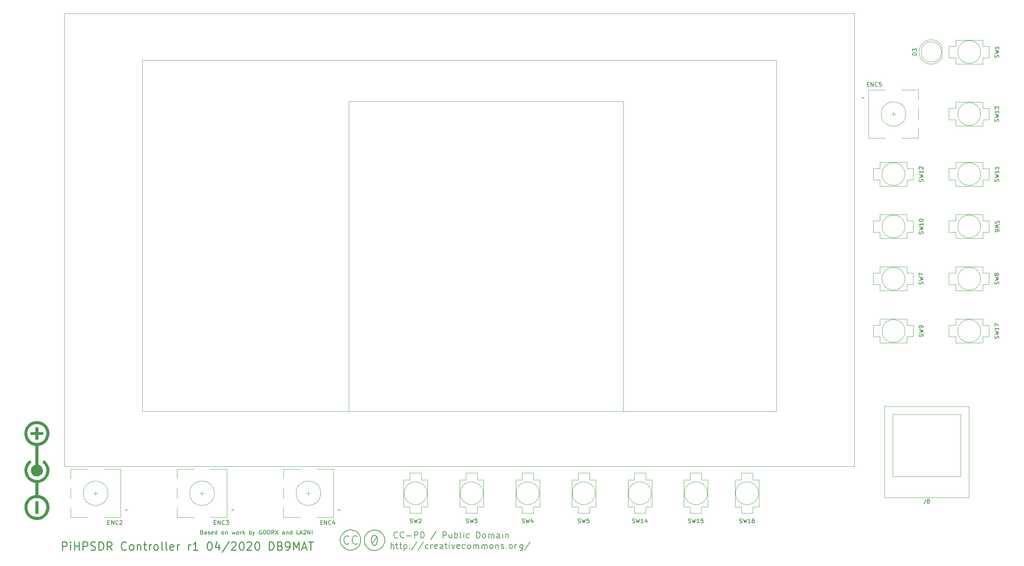
<source format=gto>
G04 #@! TF.GenerationSoftware,KiCad,Pcbnew,(5.1.5)-3*
G04 #@! TF.CreationDate,2020-04-14T12:17:22+02:00*
G04 #@! TF.ProjectId,piHPSDR_Controller,70694850-5344-4525-9f43-6f6e74726f6c,rev?*
G04 #@! TF.SameCoordinates,Original*
G04 #@! TF.FileFunction,Legend,Top*
G04 #@! TF.FilePolarity,Positive*
%FSLAX46Y46*%
G04 Gerber Fmt 4.6, Leading zero omitted, Abs format (unit mm)*
G04 Created by KiCad (PCBNEW (5.1.5)-3) date 2020-04-14 12:17:22*
%MOMM*%
%LPD*%
G04 APERTURE LIST*
%ADD10C,0.150000*%
%ADD11C,0.250000*%
%ADD12C,0.010000*%
%ADD13C,0.120000*%
%ADD14C,0.100000*%
G04 APERTURE END LIST*
D10*
X65268928Y-156128571D02*
X65411785Y-156176190D01*
X65459404Y-156223809D01*
X65507023Y-156319047D01*
X65507023Y-156461904D01*
X65459404Y-156557142D01*
X65411785Y-156604761D01*
X65316547Y-156652380D01*
X64935595Y-156652380D01*
X64935595Y-155652380D01*
X65268928Y-155652380D01*
X65364166Y-155700000D01*
X65411785Y-155747619D01*
X65459404Y-155842857D01*
X65459404Y-155938095D01*
X65411785Y-156033333D01*
X65364166Y-156080952D01*
X65268928Y-156128571D01*
X64935595Y-156128571D01*
X66364166Y-156652380D02*
X66364166Y-156128571D01*
X66316547Y-156033333D01*
X66221309Y-155985714D01*
X66030833Y-155985714D01*
X65935595Y-156033333D01*
X66364166Y-156604761D02*
X66268928Y-156652380D01*
X66030833Y-156652380D01*
X65935595Y-156604761D01*
X65887976Y-156509523D01*
X65887976Y-156414285D01*
X65935595Y-156319047D01*
X66030833Y-156271428D01*
X66268928Y-156271428D01*
X66364166Y-156223809D01*
X66792738Y-156604761D02*
X66887976Y-156652380D01*
X67078452Y-156652380D01*
X67173690Y-156604761D01*
X67221309Y-156509523D01*
X67221309Y-156461904D01*
X67173690Y-156366666D01*
X67078452Y-156319047D01*
X66935595Y-156319047D01*
X66840357Y-156271428D01*
X66792738Y-156176190D01*
X66792738Y-156128571D01*
X66840357Y-156033333D01*
X66935595Y-155985714D01*
X67078452Y-155985714D01*
X67173690Y-156033333D01*
X68030833Y-156604761D02*
X67935595Y-156652380D01*
X67745119Y-156652380D01*
X67649880Y-156604761D01*
X67602261Y-156509523D01*
X67602261Y-156128571D01*
X67649880Y-156033333D01*
X67745119Y-155985714D01*
X67935595Y-155985714D01*
X68030833Y-156033333D01*
X68078452Y-156128571D01*
X68078452Y-156223809D01*
X67602261Y-156319047D01*
X68935595Y-156652380D02*
X68935595Y-155652380D01*
X68935595Y-156604761D02*
X68840357Y-156652380D01*
X68649880Y-156652380D01*
X68554642Y-156604761D01*
X68507023Y-156557142D01*
X68459404Y-156461904D01*
X68459404Y-156176190D01*
X68507023Y-156080952D01*
X68554642Y-156033333D01*
X68649880Y-155985714D01*
X68840357Y-155985714D01*
X68935595Y-156033333D01*
X70316547Y-156652380D02*
X70221309Y-156604761D01*
X70173690Y-156557142D01*
X70126071Y-156461904D01*
X70126071Y-156176190D01*
X70173690Y-156080952D01*
X70221309Y-156033333D01*
X70316547Y-155985714D01*
X70459404Y-155985714D01*
X70554642Y-156033333D01*
X70602261Y-156080952D01*
X70649880Y-156176190D01*
X70649880Y-156461904D01*
X70602261Y-156557142D01*
X70554642Y-156604761D01*
X70459404Y-156652380D01*
X70316547Y-156652380D01*
X71078452Y-155985714D02*
X71078452Y-156652380D01*
X71078452Y-156080952D02*
X71126071Y-156033333D01*
X71221309Y-155985714D01*
X71364166Y-155985714D01*
X71459404Y-156033333D01*
X71507023Y-156128571D01*
X71507023Y-156652380D01*
X72649880Y-155985714D02*
X72840357Y-156652380D01*
X73030833Y-156176190D01*
X73221309Y-156652380D01*
X73411785Y-155985714D01*
X73935595Y-156652380D02*
X73840357Y-156604761D01*
X73792738Y-156557142D01*
X73745119Y-156461904D01*
X73745119Y-156176190D01*
X73792738Y-156080952D01*
X73840357Y-156033333D01*
X73935595Y-155985714D01*
X74078452Y-155985714D01*
X74173690Y-156033333D01*
X74221309Y-156080952D01*
X74268928Y-156176190D01*
X74268928Y-156461904D01*
X74221309Y-156557142D01*
X74173690Y-156604761D01*
X74078452Y-156652380D01*
X73935595Y-156652380D01*
X74697500Y-156652380D02*
X74697500Y-155985714D01*
X74697500Y-156176190D02*
X74745119Y-156080952D01*
X74792738Y-156033333D01*
X74887976Y-155985714D01*
X74983214Y-155985714D01*
X75316547Y-156652380D02*
X75316547Y-155652380D01*
X75411785Y-156271428D02*
X75697500Y-156652380D01*
X75697500Y-155985714D02*
X75316547Y-156366666D01*
X76887976Y-156652380D02*
X76887976Y-155652380D01*
X76887976Y-156033333D02*
X76983214Y-155985714D01*
X77173690Y-155985714D01*
X77268928Y-156033333D01*
X77316547Y-156080952D01*
X77364166Y-156176190D01*
X77364166Y-156461904D01*
X77316547Y-156557142D01*
X77268928Y-156604761D01*
X77173690Y-156652380D01*
X76983214Y-156652380D01*
X76887976Y-156604761D01*
X77697500Y-155985714D02*
X77935595Y-156652380D01*
X78173690Y-155985714D02*
X77935595Y-156652380D01*
X77840357Y-156890476D01*
X77792738Y-156938095D01*
X77697500Y-156985714D01*
X79840357Y-155700000D02*
X79745119Y-155652380D01*
X79602261Y-155652380D01*
X79459404Y-155700000D01*
X79364166Y-155795238D01*
X79316547Y-155890476D01*
X79268928Y-156080952D01*
X79268928Y-156223809D01*
X79316547Y-156414285D01*
X79364166Y-156509523D01*
X79459404Y-156604761D01*
X79602261Y-156652380D01*
X79697500Y-156652380D01*
X79840357Y-156604761D01*
X79887976Y-156557142D01*
X79887976Y-156223809D01*
X79697500Y-156223809D01*
X80507023Y-155652380D02*
X80602261Y-155652380D01*
X80697500Y-155700000D01*
X80745119Y-155747619D01*
X80792738Y-155842857D01*
X80840357Y-156033333D01*
X80840357Y-156271428D01*
X80792738Y-156461904D01*
X80745119Y-156557142D01*
X80697500Y-156604761D01*
X80602261Y-156652380D01*
X80507023Y-156652380D01*
X80411785Y-156604761D01*
X80364166Y-156557142D01*
X80316547Y-156461904D01*
X80268928Y-156271428D01*
X80268928Y-156033333D01*
X80316547Y-155842857D01*
X80364166Y-155747619D01*
X80411785Y-155700000D01*
X80507023Y-155652380D01*
X81459404Y-155652380D02*
X81649880Y-155652380D01*
X81745119Y-155700000D01*
X81840357Y-155795238D01*
X81887976Y-155985714D01*
X81887976Y-156319047D01*
X81840357Y-156509523D01*
X81745119Y-156604761D01*
X81649880Y-156652380D01*
X81459404Y-156652380D01*
X81364166Y-156604761D01*
X81268928Y-156509523D01*
X81221309Y-156319047D01*
X81221309Y-155985714D01*
X81268928Y-155795238D01*
X81364166Y-155700000D01*
X81459404Y-155652380D01*
X82887976Y-156652380D02*
X82554642Y-156176190D01*
X82316547Y-156652380D02*
X82316547Y-155652380D01*
X82697500Y-155652380D01*
X82792738Y-155700000D01*
X82840357Y-155747619D01*
X82887976Y-155842857D01*
X82887976Y-155985714D01*
X82840357Y-156080952D01*
X82792738Y-156128571D01*
X82697500Y-156176190D01*
X82316547Y-156176190D01*
X83221309Y-155652380D02*
X83887976Y-156652380D01*
X83887976Y-155652380D02*
X83221309Y-156652380D01*
X85459404Y-156652380D02*
X85459404Y-156128571D01*
X85411785Y-156033333D01*
X85316547Y-155985714D01*
X85126071Y-155985714D01*
X85030833Y-156033333D01*
X85459404Y-156604761D02*
X85364166Y-156652380D01*
X85126071Y-156652380D01*
X85030833Y-156604761D01*
X84983214Y-156509523D01*
X84983214Y-156414285D01*
X85030833Y-156319047D01*
X85126071Y-156271428D01*
X85364166Y-156271428D01*
X85459404Y-156223809D01*
X85935595Y-155985714D02*
X85935595Y-156652380D01*
X85935595Y-156080952D02*
X85983214Y-156033333D01*
X86078452Y-155985714D01*
X86221309Y-155985714D01*
X86316547Y-156033333D01*
X86364166Y-156128571D01*
X86364166Y-156652380D01*
X87268928Y-156652380D02*
X87268928Y-155652380D01*
X87268928Y-156604761D02*
X87173690Y-156652380D01*
X86983214Y-156652380D01*
X86887976Y-156604761D01*
X86840357Y-156557142D01*
X86792738Y-156461904D01*
X86792738Y-156176190D01*
X86840357Y-156080952D01*
X86887976Y-156033333D01*
X86983214Y-155985714D01*
X87173690Y-155985714D01*
X87268928Y-156033333D01*
X88983214Y-156652380D02*
X88507023Y-156652380D01*
X88507023Y-155652380D01*
X89268928Y-156366666D02*
X89745119Y-156366666D01*
X89173690Y-156652380D02*
X89507023Y-155652380D01*
X89840357Y-156652380D01*
X90126071Y-155747619D02*
X90173690Y-155700000D01*
X90268928Y-155652380D01*
X90507023Y-155652380D01*
X90602261Y-155700000D01*
X90649880Y-155747619D01*
X90697499Y-155842857D01*
X90697499Y-155938095D01*
X90649880Y-156080952D01*
X90078452Y-156652380D01*
X90697499Y-156652380D01*
X91126071Y-156652380D02*
X91126071Y-155652380D01*
X91697499Y-156652380D01*
X91697499Y-155652380D01*
X92173690Y-156652380D02*
X92173690Y-155652380D01*
D11*
X31138690Y-160504761D02*
X31138690Y-158504761D01*
X31900595Y-158504761D01*
X32091071Y-158600000D01*
X32186309Y-158695238D01*
X32281547Y-158885714D01*
X32281547Y-159171428D01*
X32186309Y-159361904D01*
X32091071Y-159457142D01*
X31900595Y-159552380D01*
X31138690Y-159552380D01*
X33138690Y-160504761D02*
X33138690Y-159171428D01*
X33138690Y-158504761D02*
X33043452Y-158600000D01*
X33138690Y-158695238D01*
X33233928Y-158600000D01*
X33138690Y-158504761D01*
X33138690Y-158695238D01*
X34091071Y-160504761D02*
X34091071Y-158504761D01*
X34091071Y-159457142D02*
X35233928Y-159457142D01*
X35233928Y-160504761D02*
X35233928Y-158504761D01*
X36186309Y-160504761D02*
X36186309Y-158504761D01*
X36948214Y-158504761D01*
X37138690Y-158600000D01*
X37233928Y-158695238D01*
X37329166Y-158885714D01*
X37329166Y-159171428D01*
X37233928Y-159361904D01*
X37138690Y-159457142D01*
X36948214Y-159552380D01*
X36186309Y-159552380D01*
X38091071Y-160409523D02*
X38376785Y-160504761D01*
X38852976Y-160504761D01*
X39043452Y-160409523D01*
X39138690Y-160314285D01*
X39233928Y-160123809D01*
X39233928Y-159933333D01*
X39138690Y-159742857D01*
X39043452Y-159647619D01*
X38852976Y-159552380D01*
X38472023Y-159457142D01*
X38281547Y-159361904D01*
X38186309Y-159266666D01*
X38091071Y-159076190D01*
X38091071Y-158885714D01*
X38186309Y-158695238D01*
X38281547Y-158600000D01*
X38472023Y-158504761D01*
X38948214Y-158504761D01*
X39233928Y-158600000D01*
X40091071Y-160504761D02*
X40091071Y-158504761D01*
X40567261Y-158504761D01*
X40852976Y-158600000D01*
X41043452Y-158790476D01*
X41138690Y-158980952D01*
X41233928Y-159361904D01*
X41233928Y-159647619D01*
X41138690Y-160028571D01*
X41043452Y-160219047D01*
X40852976Y-160409523D01*
X40567261Y-160504761D01*
X40091071Y-160504761D01*
X43233928Y-160504761D02*
X42567261Y-159552380D01*
X42091071Y-160504761D02*
X42091071Y-158504761D01*
X42852976Y-158504761D01*
X43043452Y-158600000D01*
X43138690Y-158695238D01*
X43233928Y-158885714D01*
X43233928Y-159171428D01*
X43138690Y-159361904D01*
X43043452Y-159457142D01*
X42852976Y-159552380D01*
X42091071Y-159552380D01*
X46757738Y-160314285D02*
X46662500Y-160409523D01*
X46376785Y-160504761D01*
X46186309Y-160504761D01*
X45900595Y-160409523D01*
X45710119Y-160219047D01*
X45614880Y-160028571D01*
X45519642Y-159647619D01*
X45519642Y-159361904D01*
X45614880Y-158980952D01*
X45710119Y-158790476D01*
X45900595Y-158600000D01*
X46186309Y-158504761D01*
X46376785Y-158504761D01*
X46662500Y-158600000D01*
X46757738Y-158695238D01*
X47900595Y-160504761D02*
X47710119Y-160409523D01*
X47614880Y-160314285D01*
X47519642Y-160123809D01*
X47519642Y-159552380D01*
X47614880Y-159361904D01*
X47710119Y-159266666D01*
X47900595Y-159171428D01*
X48186309Y-159171428D01*
X48376785Y-159266666D01*
X48472023Y-159361904D01*
X48567261Y-159552380D01*
X48567261Y-160123809D01*
X48472023Y-160314285D01*
X48376785Y-160409523D01*
X48186309Y-160504761D01*
X47900595Y-160504761D01*
X49424404Y-159171428D02*
X49424404Y-160504761D01*
X49424404Y-159361904D02*
X49519642Y-159266666D01*
X49710119Y-159171428D01*
X49995833Y-159171428D01*
X50186309Y-159266666D01*
X50281547Y-159457142D01*
X50281547Y-160504761D01*
X50948214Y-159171428D02*
X51710119Y-159171428D01*
X51233928Y-158504761D02*
X51233928Y-160219047D01*
X51329166Y-160409523D01*
X51519642Y-160504761D01*
X51710119Y-160504761D01*
X52376785Y-160504761D02*
X52376785Y-159171428D01*
X52376785Y-159552380D02*
X52472023Y-159361904D01*
X52567261Y-159266666D01*
X52757738Y-159171428D01*
X52948214Y-159171428D01*
X53900595Y-160504761D02*
X53710119Y-160409523D01*
X53614880Y-160314285D01*
X53519642Y-160123809D01*
X53519642Y-159552380D01*
X53614880Y-159361904D01*
X53710119Y-159266666D01*
X53900595Y-159171428D01*
X54186309Y-159171428D01*
X54376785Y-159266666D01*
X54472023Y-159361904D01*
X54567261Y-159552380D01*
X54567261Y-160123809D01*
X54472023Y-160314285D01*
X54376785Y-160409523D01*
X54186309Y-160504761D01*
X53900595Y-160504761D01*
X55710119Y-160504761D02*
X55519642Y-160409523D01*
X55424404Y-160219047D01*
X55424404Y-158504761D01*
X56757738Y-160504761D02*
X56567261Y-160409523D01*
X56472023Y-160219047D01*
X56472023Y-158504761D01*
X58281547Y-160409523D02*
X58091071Y-160504761D01*
X57710119Y-160504761D01*
X57519642Y-160409523D01*
X57424404Y-160219047D01*
X57424404Y-159457142D01*
X57519642Y-159266666D01*
X57710119Y-159171428D01*
X58091071Y-159171428D01*
X58281547Y-159266666D01*
X58376785Y-159457142D01*
X58376785Y-159647619D01*
X57424404Y-159838095D01*
X59233928Y-160504761D02*
X59233928Y-159171428D01*
X59233928Y-159552380D02*
X59329166Y-159361904D01*
X59424404Y-159266666D01*
X59614880Y-159171428D01*
X59805357Y-159171428D01*
X61995833Y-160504761D02*
X61995833Y-159171428D01*
X61995833Y-159552380D02*
X62091071Y-159361904D01*
X62186309Y-159266666D01*
X62376785Y-159171428D01*
X62567261Y-159171428D01*
X64281547Y-160504761D02*
X63138690Y-160504761D01*
X63710119Y-160504761D02*
X63710119Y-158504761D01*
X63519642Y-158790476D01*
X63329166Y-158980952D01*
X63138690Y-159076190D01*
X67043452Y-158504761D02*
X67233928Y-158504761D01*
X67424404Y-158600000D01*
X67519642Y-158695238D01*
X67614880Y-158885714D01*
X67710119Y-159266666D01*
X67710119Y-159742857D01*
X67614880Y-160123809D01*
X67519642Y-160314285D01*
X67424404Y-160409523D01*
X67233928Y-160504761D01*
X67043452Y-160504761D01*
X66852976Y-160409523D01*
X66757738Y-160314285D01*
X66662500Y-160123809D01*
X66567261Y-159742857D01*
X66567261Y-159266666D01*
X66662500Y-158885714D01*
X66757738Y-158695238D01*
X66852976Y-158600000D01*
X67043452Y-158504761D01*
X69424404Y-159171428D02*
X69424404Y-160504761D01*
X68948214Y-158409523D02*
X68472023Y-159838095D01*
X69710119Y-159838095D01*
X71900595Y-158409523D02*
X70186309Y-160980952D01*
X72472023Y-158695238D02*
X72567261Y-158600000D01*
X72757738Y-158504761D01*
X73233928Y-158504761D01*
X73424404Y-158600000D01*
X73519642Y-158695238D01*
X73614880Y-158885714D01*
X73614880Y-159076190D01*
X73519642Y-159361904D01*
X72376785Y-160504761D01*
X73614880Y-160504761D01*
X74852976Y-158504761D02*
X75043452Y-158504761D01*
X75233928Y-158600000D01*
X75329166Y-158695238D01*
X75424404Y-158885714D01*
X75519642Y-159266666D01*
X75519642Y-159742857D01*
X75424404Y-160123809D01*
X75329166Y-160314285D01*
X75233928Y-160409523D01*
X75043452Y-160504761D01*
X74852976Y-160504761D01*
X74662500Y-160409523D01*
X74567261Y-160314285D01*
X74472023Y-160123809D01*
X74376785Y-159742857D01*
X74376785Y-159266666D01*
X74472023Y-158885714D01*
X74567261Y-158695238D01*
X74662500Y-158600000D01*
X74852976Y-158504761D01*
X76281547Y-158695238D02*
X76376785Y-158600000D01*
X76567261Y-158504761D01*
X77043452Y-158504761D01*
X77233928Y-158600000D01*
X77329166Y-158695238D01*
X77424404Y-158885714D01*
X77424404Y-159076190D01*
X77329166Y-159361904D01*
X76186309Y-160504761D01*
X77424404Y-160504761D01*
X78662500Y-158504761D02*
X78852976Y-158504761D01*
X79043452Y-158600000D01*
X79138690Y-158695238D01*
X79233928Y-158885714D01*
X79329166Y-159266666D01*
X79329166Y-159742857D01*
X79233928Y-160123809D01*
X79138690Y-160314285D01*
X79043452Y-160409523D01*
X78852976Y-160504761D01*
X78662500Y-160504761D01*
X78472023Y-160409523D01*
X78376785Y-160314285D01*
X78281547Y-160123809D01*
X78186309Y-159742857D01*
X78186309Y-159266666D01*
X78281547Y-158885714D01*
X78376785Y-158695238D01*
X78472023Y-158600000D01*
X78662500Y-158504761D01*
X81710119Y-160504761D02*
X81710119Y-158504761D01*
X82186309Y-158504761D01*
X82472023Y-158600000D01*
X82662499Y-158790476D01*
X82757738Y-158980952D01*
X82852976Y-159361904D01*
X82852976Y-159647619D01*
X82757738Y-160028571D01*
X82662499Y-160219047D01*
X82472023Y-160409523D01*
X82186309Y-160504761D01*
X81710119Y-160504761D01*
X84376785Y-159457142D02*
X84662499Y-159552380D01*
X84757738Y-159647619D01*
X84852976Y-159838095D01*
X84852976Y-160123809D01*
X84757738Y-160314285D01*
X84662499Y-160409523D01*
X84472023Y-160504761D01*
X83710119Y-160504761D01*
X83710119Y-158504761D01*
X84376785Y-158504761D01*
X84567261Y-158600000D01*
X84662499Y-158695238D01*
X84757738Y-158885714D01*
X84757738Y-159076190D01*
X84662499Y-159266666D01*
X84567261Y-159361904D01*
X84376785Y-159457142D01*
X83710119Y-159457142D01*
X85805357Y-160504761D02*
X86186309Y-160504761D01*
X86376785Y-160409523D01*
X86472023Y-160314285D01*
X86662499Y-160028571D01*
X86757738Y-159647619D01*
X86757738Y-158885714D01*
X86662499Y-158695238D01*
X86567261Y-158600000D01*
X86376785Y-158504761D01*
X85995833Y-158504761D01*
X85805357Y-158600000D01*
X85710119Y-158695238D01*
X85614880Y-158885714D01*
X85614880Y-159361904D01*
X85710119Y-159552380D01*
X85805357Y-159647619D01*
X85995833Y-159742857D01*
X86376785Y-159742857D01*
X86567261Y-159647619D01*
X86662499Y-159552380D01*
X86757738Y-159361904D01*
X87614880Y-160504761D02*
X87614880Y-158504761D01*
X88281547Y-159933333D01*
X88948214Y-158504761D01*
X88948214Y-160504761D01*
X89805357Y-159933333D02*
X90757738Y-159933333D01*
X89614880Y-160504761D02*
X90281547Y-158504761D01*
X90948214Y-160504761D01*
X91329166Y-158504761D02*
X92472023Y-158504761D01*
X91900595Y-160504761D02*
X91900595Y-158504761D01*
D10*
X108049440Y-155699700D02*
X107450000Y-155600640D01*
X108450760Y-155798760D02*
X108049440Y-155699700D01*
X108951140Y-156101020D02*
X108450760Y-155798760D01*
X109448980Y-156598860D02*
X108951140Y-156101020D01*
X109751240Y-157099240D02*
X109448980Y-156598860D01*
X109949360Y-157701220D02*
X109751240Y-157099240D01*
X109949360Y-158300660D02*
X109949360Y-157701220D01*
X109850300Y-158900100D02*
X109949360Y-158300660D01*
X109448980Y-159601140D02*
X109850300Y-158900100D01*
X108951140Y-160098980D02*
X109448980Y-159601140D01*
X108349160Y-160401240D02*
X108951140Y-160098980D01*
X107749720Y-160599360D02*
X108349160Y-160401240D01*
X106949620Y-160599360D02*
X107749720Y-160599360D01*
X106251120Y-160299640D02*
X106949620Y-160599360D01*
X105750740Y-159900860D02*
X106251120Y-160299640D01*
X105148760Y-159199820D02*
X105750740Y-159900860D01*
X104950640Y-158399720D02*
X105148760Y-159199820D01*
X104950640Y-157800280D02*
X104950640Y-158399720D01*
X105049700Y-157299900D02*
X104950640Y-157800280D01*
X105250360Y-156901120D02*
X105049700Y-157299900D01*
X105750740Y-156299140D02*
X105250360Y-156901120D01*
X106251120Y-155900360D02*
X105750740Y-156299140D01*
X106748960Y-155699700D02*
X106251120Y-155900360D01*
X107350940Y-155600640D02*
X106748960Y-155699700D01*
X107450000Y-155600640D02*
X107350940Y-155600640D01*
X107200000Y-156950000D02*
X107450000Y-156900000D01*
X106950000Y-157150000D02*
X107200000Y-156950000D01*
X106800000Y-157650000D02*
X106950000Y-157150000D01*
X106700000Y-158150000D02*
X106800000Y-157650000D01*
X106800000Y-158700000D02*
X106700000Y-158150000D01*
X106950000Y-159100000D02*
X106800000Y-158700000D01*
X107200000Y-159350000D02*
X106950000Y-159100000D01*
X107500000Y-159400000D02*
X107200000Y-159350000D01*
X107800000Y-159200000D02*
X107500000Y-159400000D01*
X107950000Y-158950000D02*
X107800000Y-159200000D01*
X108150000Y-158500000D02*
X107950000Y-158950000D01*
X108150000Y-158150000D02*
X108150000Y-158500000D01*
X108150000Y-157700000D02*
X108150000Y-158150000D01*
X108000000Y-157300000D02*
X108150000Y-157700000D01*
X107750000Y-157000000D02*
X108000000Y-157300000D01*
X107450000Y-156900000D02*
X107750000Y-157000000D01*
X102199440Y-155649700D02*
X101600000Y-155550640D01*
X102600760Y-155748760D02*
X102199440Y-155649700D01*
X103101140Y-156051020D02*
X102600760Y-155748760D01*
X103598980Y-156548860D02*
X103101140Y-156051020D01*
X103901240Y-157049240D02*
X103598980Y-156548860D01*
X104099360Y-157651220D02*
X103901240Y-157049240D01*
X104099360Y-158250660D02*
X104099360Y-157651220D01*
X104000300Y-158850100D02*
X104099360Y-158250660D01*
X103598980Y-159551140D02*
X104000300Y-158850100D01*
X103101140Y-160048980D02*
X103598980Y-159551140D01*
X102499160Y-160351240D02*
X103101140Y-160048980D01*
X101899720Y-160549360D02*
X102499160Y-160351240D01*
X101099620Y-160549360D02*
X101899720Y-160549360D01*
X100401120Y-160249640D02*
X101099620Y-160549360D01*
X99900740Y-159850860D02*
X100401120Y-160249640D01*
X99298760Y-159149820D02*
X99900740Y-159850860D01*
X99100640Y-158349720D02*
X99298760Y-159149820D01*
X99100640Y-157750280D02*
X99100640Y-158349720D01*
X99199700Y-157249900D02*
X99100640Y-157750280D01*
X99400360Y-156851120D02*
X99199700Y-157249900D01*
X99900740Y-156249140D02*
X99400360Y-156851120D01*
X100401120Y-155850360D02*
X99900740Y-156249140D01*
X100898960Y-155649700D02*
X100401120Y-155850360D01*
X101500940Y-155550640D02*
X100898960Y-155649700D01*
X101600000Y-155550640D02*
X101500940Y-155550640D01*
X101000560Y-159050760D02*
X101201220Y-158850100D01*
X100599240Y-159050760D02*
X101000560Y-159050760D01*
X100299520Y-158949160D02*
X100599240Y-159050760D01*
X100098860Y-158649440D02*
X100299520Y-158949160D01*
X99999800Y-158149060D02*
X100098860Y-158649440D01*
X99999800Y-157750280D02*
X99999800Y-158149060D01*
X100098860Y-157348960D02*
X99999800Y-157750280D01*
X100401120Y-157150840D02*
X100098860Y-157348960D01*
X100799900Y-157049240D02*
X100401120Y-157150840D01*
X101099620Y-157150840D02*
X100799900Y-157049240D01*
X101201220Y-157249900D02*
X101099620Y-157150840D01*
X103101140Y-159050760D02*
X103200200Y-158850100D01*
X102798880Y-159050760D02*
X103101140Y-159050760D01*
X102600760Y-159050760D02*
X102798880Y-159050760D01*
X102199440Y-158850100D02*
X102600760Y-159050760D01*
X101998780Y-158448780D02*
X102199440Y-158850100D01*
X101998780Y-158050000D02*
X101998780Y-158448780D01*
X102100380Y-157549620D02*
X101998780Y-158050000D01*
X102301040Y-157150840D02*
X102100380Y-157549620D01*
X102600760Y-157049240D02*
X102301040Y-157150840D01*
X102900480Y-157049240D02*
X102600760Y-157049240D01*
X103101140Y-157150840D02*
X102900480Y-157049240D01*
X103200200Y-157249900D02*
X103101140Y-157150840D01*
X112800000Y-157550000D02*
X113150000Y-157450000D01*
X112450000Y-157450000D02*
X112800000Y-157550000D01*
X112250000Y-157150000D02*
X112450000Y-157450000D01*
X112150000Y-156850000D02*
X112250000Y-157150000D01*
X112250000Y-156400000D02*
X112150000Y-156850000D01*
X112500000Y-156100000D02*
X112250000Y-156400000D01*
X112850000Y-156050000D02*
X112500000Y-156100000D01*
X113150000Y-156200000D02*
X112850000Y-156050000D01*
X114400000Y-157550000D02*
X114650000Y-157400000D01*
X114100000Y-157500000D02*
X114400000Y-157550000D01*
X113800000Y-157200000D02*
X114100000Y-157500000D01*
X113700000Y-156800000D02*
X113800000Y-157200000D01*
X113750000Y-156400000D02*
X113700000Y-156800000D01*
X114100000Y-156050000D02*
X113750000Y-156400000D01*
X114500000Y-156100000D02*
X114100000Y-156050000D01*
X114750000Y-156200000D02*
X114500000Y-156100000D01*
X115250000Y-157000000D02*
X116500000Y-157000000D01*
X117750000Y-156800000D02*
X117250000Y-156800000D01*
X118000000Y-156700000D02*
X117750000Y-156800000D01*
X118050000Y-156450000D02*
X118000000Y-156700000D01*
X118050000Y-156250000D02*
X118050000Y-156450000D01*
X117850000Y-156050000D02*
X118050000Y-156250000D01*
X117250000Y-156050000D02*
X117850000Y-156050000D01*
X117250000Y-157550000D02*
X117250000Y-156050000D01*
X119000000Y-156050000D02*
X118850000Y-156050000D01*
X119350000Y-156150000D02*
X119000000Y-156050000D01*
X119500000Y-156400000D02*
X119350000Y-156150000D01*
X119600000Y-156800000D02*
X119500000Y-156400000D01*
X119550000Y-157150000D02*
X119600000Y-156800000D01*
X119350000Y-157450000D02*
X119550000Y-157150000D01*
X119050000Y-157550000D02*
X119350000Y-157450000D01*
X118750000Y-157550000D02*
X119050000Y-157550000D01*
X118750000Y-156050000D02*
X118750000Y-157550000D01*
X121150000Y-157950000D02*
X122500000Y-155950000D01*
X124750000Y-156850000D02*
X124300000Y-156850000D01*
X124950000Y-156700000D02*
X124750000Y-156850000D01*
X125050000Y-156450000D02*
X124950000Y-156700000D01*
X124950000Y-156150000D02*
X125050000Y-156450000D01*
X124700000Y-156050000D02*
X124950000Y-156150000D01*
X124200000Y-156050000D02*
X124700000Y-156050000D01*
X124200000Y-157550000D02*
X124200000Y-156050000D01*
X126000000Y-157550000D02*
X126350000Y-157450000D01*
X125800000Y-157500000D02*
X126000000Y-157550000D01*
X125650000Y-157350000D02*
X125800000Y-157500000D01*
X125650000Y-157000000D02*
X125650000Y-157350000D01*
X125650000Y-156600000D02*
X125650000Y-157000000D01*
X126350000Y-156550000D02*
X126350000Y-157550000D01*
X127450000Y-156550000D02*
X127150000Y-156550000D01*
X127700000Y-156650000D02*
X127450000Y-156550000D01*
X127800000Y-157000000D02*
X127700000Y-156650000D01*
X127700000Y-157400000D02*
X127800000Y-157000000D01*
X127450000Y-157550000D02*
X127700000Y-157400000D01*
X127050000Y-157550000D02*
X127450000Y-157550000D01*
X127100000Y-156050000D02*
X127050000Y-157550000D01*
X128450000Y-157400000D02*
X128650000Y-157550000D01*
X128450000Y-156100000D02*
X128450000Y-157400000D01*
X129250000Y-156200000D02*
X129200000Y-156200000D01*
X129250000Y-156100000D02*
X129250000Y-156200000D01*
X129250000Y-156550000D02*
X129250000Y-157500000D01*
X130350000Y-157550000D02*
X130600000Y-157500000D01*
X130050000Y-157500000D02*
X130350000Y-157550000D01*
X129900000Y-157250000D02*
X130050000Y-157500000D01*
X129900000Y-156900000D02*
X129900000Y-157250000D01*
X130050000Y-156600000D02*
X129900000Y-156900000D01*
X130400000Y-156550000D02*
X130050000Y-156600000D01*
X130650000Y-156650000D02*
X130400000Y-156550000D01*
X132950000Y-156100000D02*
X132450000Y-156050000D01*
X133200000Y-156350000D02*
X132950000Y-156100000D01*
X133300000Y-156850000D02*
X133200000Y-156350000D01*
X133200000Y-157300000D02*
X133300000Y-156850000D01*
X132850000Y-157550000D02*
X133200000Y-157300000D01*
X132450000Y-157550000D02*
X132850000Y-157550000D01*
X132450000Y-156050000D02*
X132450000Y-157550000D01*
X134600000Y-156750000D02*
X134400000Y-156600000D01*
X134650000Y-156900000D02*
X134600000Y-156750000D01*
X134650000Y-157250000D02*
X134650000Y-156900000D01*
X134450000Y-157500000D02*
X134650000Y-157250000D01*
X134150000Y-157550000D02*
X134450000Y-157500000D01*
X133900000Y-157300000D02*
X134150000Y-157550000D01*
X133900000Y-156950000D02*
X133900000Y-157300000D01*
X134050000Y-156650000D02*
X133900000Y-156950000D01*
X134300000Y-156550000D02*
X134050000Y-156650000D01*
X135350000Y-157600000D02*
X135350000Y-156550000D01*
X135700000Y-156600000D02*
X135450000Y-156650000D01*
X135900000Y-156650000D02*
X135700000Y-156600000D01*
X136000000Y-156750000D02*
X135900000Y-156650000D01*
X136000000Y-157600000D02*
X136000000Y-156750000D01*
X136250000Y-156600000D02*
X136050000Y-156700000D01*
X136500000Y-156600000D02*
X136250000Y-156600000D01*
X136600000Y-156700000D02*
X136500000Y-156600000D01*
X136650000Y-156900000D02*
X136600000Y-156700000D01*
X136650000Y-157650000D02*
X136650000Y-156900000D01*
X138000000Y-156750000D02*
X138050000Y-157600000D01*
X137850000Y-156550000D02*
X138000000Y-156750000D01*
X137500000Y-156550000D02*
X137850000Y-156550000D01*
X137350000Y-156650000D02*
X137500000Y-156550000D01*
X137550000Y-157550000D02*
X137950000Y-157500000D01*
X137350000Y-157450000D02*
X137550000Y-157550000D01*
X137350000Y-157200000D02*
X137350000Y-157450000D01*
X137500000Y-157050000D02*
X137350000Y-157200000D01*
X137800000Y-157050000D02*
X137500000Y-157050000D01*
X138750000Y-156050000D02*
X138750000Y-156150000D01*
X138750000Y-156600000D02*
X138750000Y-157550000D01*
X139500000Y-156600000D02*
X139500000Y-157500000D01*
X139900000Y-156600000D02*
X139550000Y-156650000D01*
X140050000Y-156650000D02*
X139900000Y-156600000D01*
X140150000Y-156850000D02*
X140050000Y-156650000D01*
X140200000Y-157550000D02*
X140150000Y-156850000D01*
X111500000Y-158650000D02*
X111500000Y-160150000D01*
X112050000Y-159200000D02*
X111650000Y-159200000D01*
X112150000Y-159400000D02*
X112050000Y-159200000D01*
X112200000Y-160250000D02*
X112150000Y-159400000D01*
X113050000Y-160200000D02*
X113250000Y-160200000D01*
X112900000Y-160050000D02*
X113050000Y-160200000D01*
X112900000Y-158650000D02*
X112900000Y-160050000D01*
X112550000Y-159150000D02*
X113150000Y-159150000D01*
X114050000Y-160150000D02*
X114150000Y-160150000D01*
X113800000Y-160050000D02*
X114050000Y-160150000D01*
X113800000Y-158650000D02*
X113800000Y-160050000D01*
X114150000Y-159150000D02*
X113650000Y-159150000D01*
X114650000Y-160700000D02*
X114650000Y-159150000D01*
X115100000Y-159150000D02*
X114750000Y-159250000D01*
X115350000Y-159300000D02*
X115100000Y-159150000D01*
X115400000Y-159650000D02*
X115350000Y-159300000D01*
X115300000Y-159950000D02*
X115400000Y-159650000D01*
X115050000Y-160150000D02*
X115300000Y-159950000D01*
X114700000Y-160150000D02*
X115050000Y-160150000D01*
X116000000Y-159200000D02*
X116000000Y-159300000D01*
X116050000Y-160000000D02*
X116000000Y-160150000D01*
X116500000Y-160550000D02*
X117800000Y-158600000D01*
X118100000Y-160550000D02*
X119400000Y-158550000D01*
X120250000Y-160150000D02*
X120550000Y-160050000D01*
X119950000Y-160000000D02*
X120250000Y-160150000D01*
X119850000Y-159600000D02*
X119950000Y-160000000D01*
X120050000Y-159200000D02*
X119850000Y-159600000D01*
X120350000Y-159150000D02*
X120050000Y-159200000D01*
X120600000Y-159250000D02*
X120350000Y-159150000D01*
X121200000Y-160150000D02*
X121200000Y-159100000D01*
X121500000Y-159200000D02*
X121300000Y-159350000D01*
X121750000Y-159150000D02*
X121500000Y-159200000D01*
X122850000Y-159450000D02*
X122200000Y-159700000D01*
X122850000Y-159350000D02*
X122850000Y-159450000D01*
X122650000Y-159150000D02*
X122850000Y-159350000D01*
X122400000Y-159150000D02*
X122650000Y-159150000D01*
X122200000Y-159250000D02*
X122400000Y-159150000D01*
X122100000Y-159500000D02*
X122200000Y-159250000D01*
X122150000Y-159850000D02*
X122100000Y-159500000D01*
X122250000Y-160150000D02*
X122150000Y-159850000D01*
X122500000Y-160150000D02*
X122250000Y-160150000D01*
X122800000Y-160100000D02*
X122500000Y-160150000D01*
X123550000Y-159650000D02*
X124050000Y-159600000D01*
X123450000Y-159800000D02*
X123550000Y-159650000D01*
X123500000Y-160050000D02*
X123450000Y-159800000D01*
X123650000Y-160150000D02*
X123500000Y-160050000D01*
X124150000Y-160150000D02*
X123650000Y-160150000D01*
X124150000Y-160200000D02*
X124150000Y-160150000D01*
X124150000Y-159350000D02*
X124150000Y-160200000D01*
X124000000Y-159150000D02*
X124150000Y-159350000D01*
X123600000Y-159150000D02*
X124000000Y-159150000D01*
X123450000Y-159200000D02*
X123600000Y-159150000D01*
X125050000Y-160100000D02*
X125200000Y-160150000D01*
X124900000Y-159950000D02*
X125050000Y-160100000D01*
X124900000Y-158700000D02*
X124900000Y-159950000D01*
X124600000Y-159150000D02*
X125250000Y-159150000D01*
X125750000Y-158600000D02*
X125750000Y-158750000D01*
X125750000Y-159150000D02*
X125750000Y-160150000D01*
X126700000Y-160150000D02*
X127050000Y-159150000D01*
X126300000Y-159100000D02*
X126700000Y-160150000D01*
X128400000Y-159450000D02*
X127650000Y-159700000D01*
X128350000Y-159350000D02*
X128400000Y-159450000D01*
X128150000Y-159150000D02*
X128350000Y-159350000D01*
X127800000Y-159150000D02*
X128150000Y-159150000D01*
X127550000Y-159250000D02*
X127800000Y-159150000D01*
X127550000Y-159600000D02*
X127550000Y-159250000D01*
X127600000Y-159950000D02*
X127550000Y-159600000D01*
X127800000Y-160150000D02*
X127600000Y-159950000D01*
X128050000Y-160150000D02*
X127800000Y-160150000D01*
X128300000Y-160100000D02*
X128050000Y-160150000D01*
X129350000Y-160150000D02*
X129550000Y-160050000D01*
X129050000Y-160100000D02*
X129350000Y-160150000D01*
X128900000Y-160000000D02*
X129050000Y-160100000D01*
X128850000Y-159750000D02*
X128900000Y-160000000D01*
X128950000Y-159350000D02*
X128850000Y-159750000D01*
X129150000Y-159150000D02*
X128950000Y-159350000D01*
X129400000Y-159150000D02*
X129150000Y-159150000D01*
X129650000Y-159250000D02*
X129400000Y-159150000D01*
X130950000Y-159350000D02*
X130750000Y-159200000D01*
X131000000Y-159650000D02*
X130950000Y-159350000D01*
X130900000Y-159950000D02*
X131000000Y-159650000D01*
X130700000Y-160100000D02*
X130900000Y-159950000D01*
X130450000Y-160150000D02*
X130700000Y-160100000D01*
X130200000Y-160050000D02*
X130450000Y-160150000D01*
X130100000Y-159550000D02*
X130200000Y-160050000D01*
X130400000Y-159200000D02*
X130100000Y-159550000D01*
X130600000Y-159200000D02*
X130400000Y-159200000D01*
X131650000Y-160200000D02*
X131650000Y-159150000D01*
X132100000Y-159200000D02*
X131700000Y-159250000D01*
X132250000Y-159350000D02*
X132100000Y-159200000D01*
X132250000Y-160200000D02*
X132250000Y-159350000D01*
X132600000Y-159150000D02*
X132300000Y-159250000D01*
X132800000Y-159200000D02*
X132600000Y-159150000D01*
X132950000Y-159350000D02*
X132800000Y-159200000D01*
X132950000Y-160250000D02*
X132950000Y-159350000D01*
X133650000Y-160200000D02*
X133650000Y-159200000D01*
X133900000Y-159200000D02*
X133750000Y-159250000D01*
X134150000Y-159150000D02*
X133900000Y-159200000D01*
X134350000Y-159300000D02*
X134150000Y-159150000D01*
X134350000Y-160250000D02*
X134350000Y-159300000D01*
X134550000Y-159200000D02*
X134400000Y-159300000D01*
X134800000Y-159150000D02*
X134550000Y-159200000D01*
X134950000Y-159300000D02*
X134800000Y-159150000D01*
X135000000Y-160200000D02*
X134950000Y-159300000D01*
X136450000Y-159600000D02*
X136400000Y-159350000D01*
X136400000Y-159800000D02*
X136450000Y-159600000D01*
X136300000Y-160050000D02*
X136400000Y-159800000D01*
X136050000Y-160150000D02*
X136300000Y-160050000D01*
X135800000Y-160100000D02*
X136050000Y-160150000D01*
X135650000Y-159900000D02*
X135800000Y-160100000D01*
X135600000Y-159700000D02*
X135650000Y-159900000D01*
X135650000Y-159400000D02*
X135600000Y-159700000D01*
X135750000Y-159200000D02*
X135650000Y-159400000D01*
X135950000Y-159150000D02*
X135750000Y-159200000D01*
X136200000Y-159150000D02*
X135950000Y-159150000D01*
X136350000Y-159250000D02*
X136200000Y-159150000D01*
X137050000Y-160200000D02*
X137050000Y-159150000D01*
X137400000Y-159200000D02*
X137100000Y-159300000D01*
X137600000Y-159200000D02*
X137400000Y-159200000D01*
X137750000Y-159400000D02*
X137600000Y-159200000D01*
X137700000Y-160250000D02*
X137750000Y-159400000D01*
X138500000Y-160200000D02*
X138400000Y-160100000D01*
X138750000Y-160150000D02*
X138500000Y-160200000D01*
X139000000Y-160000000D02*
X138750000Y-160150000D01*
X138950000Y-159750000D02*
X139000000Y-160000000D01*
X138700000Y-159650000D02*
X138950000Y-159750000D01*
X138400000Y-159500000D02*
X138700000Y-159650000D01*
X138400000Y-159250000D02*
X138400000Y-159500000D01*
X138650000Y-159100000D02*
X138400000Y-159250000D01*
X138950000Y-159200000D02*
X138650000Y-159100000D01*
X139650000Y-160000000D02*
X139650000Y-160150000D01*
X141150000Y-159450000D02*
X140950000Y-159200000D01*
X141150000Y-159700000D02*
X141150000Y-159450000D01*
X141050000Y-160050000D02*
X141150000Y-159700000D01*
X140750000Y-160200000D02*
X141050000Y-160050000D01*
X140450000Y-160000000D02*
X140750000Y-160200000D01*
X140350000Y-159700000D02*
X140450000Y-160000000D01*
X140350000Y-159350000D02*
X140350000Y-159700000D01*
X140600000Y-159150000D02*
X140350000Y-159350000D01*
X140900000Y-159150000D02*
X140600000Y-159150000D01*
X141750000Y-159150000D02*
X141750000Y-160200000D01*
X142100000Y-159150000D02*
X141850000Y-159300000D01*
X142250000Y-159150000D02*
X142100000Y-159150000D01*
X143700000Y-160250000D02*
X143700000Y-159100000D01*
X143550000Y-160550000D02*
X143700000Y-160250000D01*
X143250000Y-160650000D02*
X143550000Y-160550000D01*
X143000000Y-160550000D02*
X143250000Y-160650000D01*
X143350000Y-160100000D02*
X143600000Y-160100000D01*
X143150000Y-160000000D02*
X143350000Y-160100000D01*
X142950000Y-159700000D02*
X143150000Y-160000000D01*
X143000000Y-159300000D02*
X142950000Y-159700000D01*
X143250000Y-159150000D02*
X143000000Y-159300000D01*
X143600000Y-159200000D02*
X143250000Y-159150000D01*
X144200000Y-160500000D02*
X145500000Y-158450000D01*
X108000000Y-157300000D02*
X106950000Y-158850000D01*
D12*
G36*
X24598218Y-131644752D02*
G01*
X24598218Y-130437623D01*
X25201782Y-130437623D01*
X25201782Y-131644752D01*
X26408911Y-131644752D01*
X26408911Y-132248316D01*
X25201782Y-132248316D01*
X25201782Y-133455445D01*
X24598462Y-133455445D01*
X24595196Y-132855024D01*
X24591931Y-132254604D01*
X23991510Y-132251338D01*
X23391089Y-132248073D01*
X23391089Y-131644752D01*
X24598218Y-131644752D01*
G37*
X24598218Y-131644752D02*
X24598218Y-130437623D01*
X25201782Y-130437623D01*
X25201782Y-131644752D01*
X26408911Y-131644752D01*
X26408911Y-132248316D01*
X25201782Y-132248316D01*
X25201782Y-133455445D01*
X24598462Y-133455445D01*
X24595196Y-132855024D01*
X24591931Y-132254604D01*
X23991510Y-132251338D01*
X23391089Y-132248073D01*
X23391089Y-131644752D01*
X24598218Y-131644752D01*
G36*
X25201782Y-148531980D02*
G01*
X25201782Y-151549802D01*
X24598218Y-151549802D01*
X24598218Y-148531980D01*
X25201782Y-148531980D01*
G37*
X25201782Y-148531980D02*
X25201782Y-151549802D01*
X24598218Y-151549802D01*
X24598218Y-148531980D01*
X25201782Y-148531980D01*
G36*
X21885352Y-131825143D02*
G01*
X21889561Y-131715976D01*
X21893539Y-131662719D01*
X21930082Y-131394538D01*
X21989392Y-131131342D01*
X22070554Y-130875379D01*
X22172654Y-130628897D01*
X22294776Y-130394145D01*
X22436007Y-130173370D01*
X22571108Y-129997524D01*
X22753650Y-129798399D01*
X22952612Y-129617957D01*
X23166754Y-129456979D01*
X23394838Y-129316245D01*
X23635623Y-129196532D01*
X23887869Y-129098620D01*
X24101549Y-129035364D01*
X24356313Y-128981602D01*
X24618125Y-128948398D01*
X24882526Y-128935843D01*
X25145057Y-128944030D01*
X25401257Y-128973050D01*
X25571311Y-129005113D01*
X25840062Y-129076908D01*
X26097173Y-129170324D01*
X26341710Y-129284731D01*
X26572735Y-129419499D01*
X26789311Y-129573998D01*
X26990501Y-129747597D01*
X27175370Y-129939668D01*
X27342980Y-130149580D01*
X27404804Y-130238134D01*
X27545671Y-130469936D01*
X27663787Y-130711925D01*
X27759355Y-130964626D01*
X27832574Y-131228566D01*
X27880834Y-131484893D01*
X27888743Y-131549334D01*
X27896003Y-131628923D01*
X27902373Y-131718322D01*
X27907614Y-131812193D01*
X27911484Y-131905196D01*
X27913745Y-131991993D01*
X27914155Y-132067245D01*
X27912474Y-132125614D01*
X27910670Y-132147722D01*
X27907233Y-132178934D01*
X27902019Y-132227447D01*
X27895854Y-132285549D01*
X27891837Y-132323762D01*
X27853789Y-132572235D01*
X27792397Y-132821053D01*
X27709154Y-133066628D01*
X27605555Y-133305371D01*
X27483096Y-133533696D01*
X27343269Y-133748015D01*
X27244941Y-133876683D01*
X27174354Y-133958737D01*
X27090585Y-134048605D01*
X27000408Y-134139491D01*
X26910595Y-134224593D01*
X26827921Y-134297115D01*
X26817575Y-134305654D01*
X26619178Y-134452453D01*
X26403255Y-134583364D01*
X26172735Y-134697128D01*
X25930547Y-134792489D01*
X25679620Y-134868187D01*
X25422882Y-134922964D01*
X25355817Y-134933583D01*
X25201782Y-134956222D01*
X25201782Y-137286921D01*
X25201813Y-137581443D01*
X25201908Y-137851726D01*
X25202075Y-138098680D01*
X25202318Y-138323214D01*
X25202645Y-138526238D01*
X25203061Y-138708661D01*
X25203573Y-138871394D01*
X25204186Y-139015345D01*
X25204907Y-139141424D01*
X25205742Y-139250541D01*
X25206697Y-139343606D01*
X25207778Y-139421527D01*
X25208992Y-139485215D01*
X25210343Y-139535579D01*
X25211840Y-139573529D01*
X25213486Y-139599974D01*
X25215290Y-139615824D01*
X25217256Y-139621989D01*
X25217500Y-139622120D01*
X25376421Y-139672827D01*
X25514878Y-139728895D01*
X25637391Y-139792807D01*
X25748478Y-139867043D01*
X25852660Y-139954085D01*
X25893825Y-139993453D01*
X26013268Y-140128728D01*
X26112215Y-140276164D01*
X26190661Y-140433467D01*
X26248604Y-140598342D01*
X26286040Y-140768494D01*
X26302966Y-140941628D01*
X26299379Y-141115450D01*
X26275275Y-141287664D01*
X26230650Y-141455977D01*
X26165503Y-141618093D01*
X26079829Y-141771717D01*
X25973625Y-141914555D01*
X25896705Y-141997447D01*
X25758261Y-142119461D01*
X25612292Y-142218275D01*
X25456607Y-142295267D01*
X25372636Y-142326614D01*
X25191073Y-142375202D01*
X25008158Y-142400427D01*
X24904344Y-142401845D01*
X24904344Y-134297920D01*
X25147590Y-134287239D01*
X25379902Y-134254801D01*
X25603923Y-134200020D01*
X25822297Y-134122306D01*
X25949951Y-134065272D01*
X26157535Y-133951884D01*
X26349778Y-133819258D01*
X26525814Y-133668723D01*
X26684775Y-133501607D01*
X26825794Y-133319239D01*
X26948002Y-133122947D01*
X27050533Y-132914060D01*
X27132520Y-132693907D01*
X27193094Y-132463815D01*
X27231388Y-132225115D01*
X27242962Y-132084851D01*
X27245526Y-132039507D01*
X27247920Y-131999896D01*
X27248950Y-131984257D01*
X27248885Y-131960364D01*
X27247147Y-131917104D01*
X27244021Y-131860183D01*
X27239792Y-131795305D01*
X27238769Y-131780914D01*
X27209097Y-131534058D01*
X27156947Y-131297185D01*
X27083209Y-131071321D01*
X26988772Y-130857491D01*
X26874528Y-130656722D01*
X26741366Y-130470038D01*
X26590176Y-130298466D01*
X26421849Y-130143030D01*
X26237274Y-130004757D01*
X26037342Y-129884672D01*
X25822942Y-129783801D01*
X25594965Y-129703169D01*
X25390396Y-129651147D01*
X25296023Y-129635222D01*
X25183696Y-129622662D01*
X25060418Y-129613747D01*
X24933195Y-129608756D01*
X24809030Y-129607969D01*
X24694927Y-129611665D01*
X24601572Y-129619664D01*
X24355427Y-129661821D01*
X24120657Y-129726150D01*
X23897915Y-129812254D01*
X23687853Y-129919734D01*
X23491126Y-130048192D01*
X23308387Y-130197231D01*
X23140288Y-130366451D01*
X22987483Y-130555455D01*
X22929246Y-130638812D01*
X22815361Y-130831130D01*
X22721185Y-131036868D01*
X22647041Y-131253426D01*
X22593255Y-131478205D01*
X22560149Y-131708604D01*
X22548048Y-131942023D01*
X22557274Y-132175863D01*
X22588153Y-132407522D01*
X22641007Y-132634402D01*
X22669337Y-132726138D01*
X22756375Y-132949560D01*
X22863986Y-133159402D01*
X22990996Y-133354717D01*
X23136231Y-133534554D01*
X23298517Y-133697966D01*
X23476681Y-133844004D01*
X23669549Y-133971719D01*
X23875947Y-134080164D01*
X24094701Y-134168388D01*
X24324637Y-134235444D01*
X24564582Y-134280383D01*
X24597888Y-134284730D01*
X24649574Y-134289468D01*
X24718586Y-134293451D01*
X24797106Y-134296343D01*
X24877316Y-134297808D01*
X24904344Y-134297920D01*
X24904344Y-142401845D01*
X24826057Y-142402915D01*
X24646936Y-142383295D01*
X24472961Y-142342196D01*
X24306296Y-142280244D01*
X24149108Y-142198068D01*
X24003563Y-142096295D01*
X23871826Y-141975555D01*
X23776353Y-141863789D01*
X23676549Y-141712718D01*
X23598111Y-141550818D01*
X23541103Y-141380623D01*
X23505588Y-141204671D01*
X23491630Y-141025498D01*
X23499292Y-140845638D01*
X23528637Y-140667628D01*
X23579728Y-140494004D01*
X23652631Y-140327302D01*
X23734461Y-140188960D01*
X23765287Y-140147436D01*
X23807642Y-140096063D01*
X23855030Y-140042527D01*
X23885791Y-140009865D01*
X24003370Y-139901129D01*
X24129455Y-139809704D01*
X24267868Y-139733459D01*
X24422432Y-139670266D01*
X24582500Y-139621741D01*
X24584486Y-139616714D01*
X24586308Y-139602112D01*
X24587973Y-139577026D01*
X24589486Y-139540547D01*
X24590854Y-139491764D01*
X24592084Y-139429769D01*
X24593180Y-139353652D01*
X24594150Y-139262504D01*
X24594998Y-139155415D01*
X24595733Y-139031476D01*
X24596359Y-138889778D01*
X24596882Y-138729412D01*
X24597310Y-138549467D01*
X24597647Y-138349035D01*
X24597900Y-138127206D01*
X24598076Y-137883070D01*
X24598179Y-137615719D01*
X24598218Y-137324243D01*
X24598218Y-134954251D01*
X24519629Y-134945623D01*
X24361944Y-134922577D01*
X24192647Y-134887672D01*
X24020886Y-134843245D01*
X23855810Y-134791629D01*
X23725507Y-134743000D01*
X23477705Y-134628703D01*
X23244560Y-134494454D01*
X23026879Y-134341293D01*
X22825468Y-134170261D01*
X22641134Y-133982397D01*
X22474686Y-133778741D01*
X22326930Y-133560335D01*
X22198674Y-133328217D01*
X22090724Y-133083427D01*
X22003888Y-132827007D01*
X21938973Y-132559995D01*
X21912635Y-132407164D01*
X21901374Y-132310876D01*
X21892824Y-132197047D01*
X21887175Y-132073160D01*
X21884620Y-131946698D01*
X21885352Y-131825143D01*
G37*
X21885352Y-131825143D02*
X21889561Y-131715976D01*
X21893539Y-131662719D01*
X21930082Y-131394538D01*
X21989392Y-131131342D01*
X22070554Y-130875379D01*
X22172654Y-130628897D01*
X22294776Y-130394145D01*
X22436007Y-130173370D01*
X22571108Y-129997524D01*
X22753650Y-129798399D01*
X22952612Y-129617957D01*
X23166754Y-129456979D01*
X23394838Y-129316245D01*
X23635623Y-129196532D01*
X23887869Y-129098620D01*
X24101549Y-129035364D01*
X24356313Y-128981602D01*
X24618125Y-128948398D01*
X24882526Y-128935843D01*
X25145057Y-128944030D01*
X25401257Y-128973050D01*
X25571311Y-129005113D01*
X25840062Y-129076908D01*
X26097173Y-129170324D01*
X26341710Y-129284731D01*
X26572735Y-129419499D01*
X26789311Y-129573998D01*
X26990501Y-129747597D01*
X27175370Y-129939668D01*
X27342980Y-130149580D01*
X27404804Y-130238134D01*
X27545671Y-130469936D01*
X27663787Y-130711925D01*
X27759355Y-130964626D01*
X27832574Y-131228566D01*
X27880834Y-131484893D01*
X27888743Y-131549334D01*
X27896003Y-131628923D01*
X27902373Y-131718322D01*
X27907614Y-131812193D01*
X27911484Y-131905196D01*
X27913745Y-131991993D01*
X27914155Y-132067245D01*
X27912474Y-132125614D01*
X27910670Y-132147722D01*
X27907233Y-132178934D01*
X27902019Y-132227447D01*
X27895854Y-132285549D01*
X27891837Y-132323762D01*
X27853789Y-132572235D01*
X27792397Y-132821053D01*
X27709154Y-133066628D01*
X27605555Y-133305371D01*
X27483096Y-133533696D01*
X27343269Y-133748015D01*
X27244941Y-133876683D01*
X27174354Y-133958737D01*
X27090585Y-134048605D01*
X27000408Y-134139491D01*
X26910595Y-134224593D01*
X26827921Y-134297115D01*
X26817575Y-134305654D01*
X26619178Y-134452453D01*
X26403255Y-134583364D01*
X26172735Y-134697128D01*
X25930547Y-134792489D01*
X25679620Y-134868187D01*
X25422882Y-134922964D01*
X25355817Y-134933583D01*
X25201782Y-134956222D01*
X25201782Y-137286921D01*
X25201813Y-137581443D01*
X25201908Y-137851726D01*
X25202075Y-138098680D01*
X25202318Y-138323214D01*
X25202645Y-138526238D01*
X25203061Y-138708661D01*
X25203573Y-138871394D01*
X25204186Y-139015345D01*
X25204907Y-139141424D01*
X25205742Y-139250541D01*
X25206697Y-139343606D01*
X25207778Y-139421527D01*
X25208992Y-139485215D01*
X25210343Y-139535579D01*
X25211840Y-139573529D01*
X25213486Y-139599974D01*
X25215290Y-139615824D01*
X25217256Y-139621989D01*
X25217500Y-139622120D01*
X25376421Y-139672827D01*
X25514878Y-139728895D01*
X25637391Y-139792807D01*
X25748478Y-139867043D01*
X25852660Y-139954085D01*
X25893825Y-139993453D01*
X26013268Y-140128728D01*
X26112215Y-140276164D01*
X26190661Y-140433467D01*
X26248604Y-140598342D01*
X26286040Y-140768494D01*
X26302966Y-140941628D01*
X26299379Y-141115450D01*
X26275275Y-141287664D01*
X26230650Y-141455977D01*
X26165503Y-141618093D01*
X26079829Y-141771717D01*
X25973625Y-141914555D01*
X25896705Y-141997447D01*
X25758261Y-142119461D01*
X25612292Y-142218275D01*
X25456607Y-142295267D01*
X25372636Y-142326614D01*
X25191073Y-142375202D01*
X25008158Y-142400427D01*
X24904344Y-142401845D01*
X24904344Y-134297920D01*
X25147590Y-134287239D01*
X25379902Y-134254801D01*
X25603923Y-134200020D01*
X25822297Y-134122306D01*
X25949951Y-134065272D01*
X26157535Y-133951884D01*
X26349778Y-133819258D01*
X26525814Y-133668723D01*
X26684775Y-133501607D01*
X26825794Y-133319239D01*
X26948002Y-133122947D01*
X27050533Y-132914060D01*
X27132520Y-132693907D01*
X27193094Y-132463815D01*
X27231388Y-132225115D01*
X27242962Y-132084851D01*
X27245526Y-132039507D01*
X27247920Y-131999896D01*
X27248950Y-131984257D01*
X27248885Y-131960364D01*
X27247147Y-131917104D01*
X27244021Y-131860183D01*
X27239792Y-131795305D01*
X27238769Y-131780914D01*
X27209097Y-131534058D01*
X27156947Y-131297185D01*
X27083209Y-131071321D01*
X26988772Y-130857491D01*
X26874528Y-130656722D01*
X26741366Y-130470038D01*
X26590176Y-130298466D01*
X26421849Y-130143030D01*
X26237274Y-130004757D01*
X26037342Y-129884672D01*
X25822942Y-129783801D01*
X25594965Y-129703169D01*
X25390396Y-129651147D01*
X25296023Y-129635222D01*
X25183696Y-129622662D01*
X25060418Y-129613747D01*
X24933195Y-129608756D01*
X24809030Y-129607969D01*
X24694927Y-129611665D01*
X24601572Y-129619664D01*
X24355427Y-129661821D01*
X24120657Y-129726150D01*
X23897915Y-129812254D01*
X23687853Y-129919734D01*
X23491126Y-130048192D01*
X23308387Y-130197231D01*
X23140288Y-130366451D01*
X22987483Y-130555455D01*
X22929246Y-130638812D01*
X22815361Y-130831130D01*
X22721185Y-131036868D01*
X22647041Y-131253426D01*
X22593255Y-131478205D01*
X22560149Y-131708604D01*
X22548048Y-131942023D01*
X22557274Y-132175863D01*
X22588153Y-132407522D01*
X22641007Y-132634402D01*
X22669337Y-132726138D01*
X22756375Y-132949560D01*
X22863986Y-133159402D01*
X22990996Y-133354717D01*
X23136231Y-133534554D01*
X23298517Y-133697966D01*
X23476681Y-133844004D01*
X23669549Y-133971719D01*
X23875947Y-134080164D01*
X24094701Y-134168388D01*
X24324637Y-134235444D01*
X24564582Y-134280383D01*
X24597888Y-134284730D01*
X24649574Y-134289468D01*
X24718586Y-134293451D01*
X24797106Y-134296343D01*
X24877316Y-134297808D01*
X24904344Y-134297920D01*
X24904344Y-142401845D01*
X24826057Y-142402915D01*
X24646936Y-142383295D01*
X24472961Y-142342196D01*
X24306296Y-142280244D01*
X24149108Y-142198068D01*
X24003563Y-142096295D01*
X23871826Y-141975555D01*
X23776353Y-141863789D01*
X23676549Y-141712718D01*
X23598111Y-141550818D01*
X23541103Y-141380623D01*
X23505588Y-141204671D01*
X23491630Y-141025498D01*
X23499292Y-140845638D01*
X23528637Y-140667628D01*
X23579728Y-140494004D01*
X23652631Y-140327302D01*
X23734461Y-140188960D01*
X23765287Y-140147436D01*
X23807642Y-140096063D01*
X23855030Y-140042527D01*
X23885791Y-140009865D01*
X24003370Y-139901129D01*
X24129455Y-139809704D01*
X24267868Y-139733459D01*
X24422432Y-139670266D01*
X24582500Y-139621741D01*
X24584486Y-139616714D01*
X24586308Y-139602112D01*
X24587973Y-139577026D01*
X24589486Y-139540547D01*
X24590854Y-139491764D01*
X24592084Y-139429769D01*
X24593180Y-139353652D01*
X24594150Y-139262504D01*
X24594998Y-139155415D01*
X24595733Y-139031476D01*
X24596359Y-138889778D01*
X24596882Y-138729412D01*
X24597310Y-138549467D01*
X24597647Y-138349035D01*
X24597900Y-138127206D01*
X24598076Y-137883070D01*
X24598179Y-137615719D01*
X24598218Y-137324243D01*
X24598218Y-134954251D01*
X24519629Y-134945623D01*
X24361944Y-134922577D01*
X24192647Y-134887672D01*
X24020886Y-134843245D01*
X23855810Y-134791629D01*
X23725507Y-134743000D01*
X23477705Y-134628703D01*
X23244560Y-134494454D01*
X23026879Y-134341293D01*
X22825468Y-134170261D01*
X22641134Y-133982397D01*
X22474686Y-133778741D01*
X22326930Y-133560335D01*
X22198674Y-133328217D01*
X22090724Y-133083427D01*
X22003888Y-132827007D01*
X21938973Y-132559995D01*
X21912635Y-132407164D01*
X21901374Y-132310876D01*
X21892824Y-132197047D01*
X21887175Y-132073160D01*
X21884620Y-131946698D01*
X21885352Y-131825143D01*
G36*
X21898872Y-140715744D02*
G01*
X21934983Y-140452575D01*
X21994910Y-140192878D01*
X22060535Y-139987772D01*
X22166325Y-139731853D01*
X22294094Y-139487580D01*
X22442939Y-139256162D01*
X22611958Y-139038811D01*
X22800249Y-138836734D01*
X23006909Y-138651142D01*
X23128088Y-138556522D01*
X23173156Y-138523068D01*
X23354424Y-138783476D01*
X23403954Y-138855192D01*
X23448325Y-138920515D01*
X23485598Y-138976502D01*
X23513833Y-139020210D01*
X23531092Y-139048696D01*
X23535693Y-139058598D01*
X23526301Y-139073099D01*
X23501697Y-139096877D01*
X23467800Y-139124325D01*
X23297816Y-139267206D01*
X23140579Y-139429754D01*
X22997958Y-139608964D01*
X22871818Y-139801829D01*
X22764029Y-140005345D01*
X22676457Y-140216504D01*
X22610970Y-140432302D01*
X22586844Y-140542297D01*
X22553363Y-140782963D01*
X22544217Y-141023002D01*
X22558889Y-141260705D01*
X22596861Y-141494363D01*
X22657618Y-141722270D01*
X22740642Y-141942717D01*
X22845416Y-142153994D01*
X22971424Y-142354395D01*
X23118148Y-142542211D01*
X23227568Y-142659937D01*
X23409624Y-142825706D01*
X23603671Y-142969395D01*
X23809802Y-143091049D01*
X24028108Y-143190714D01*
X24258680Y-143268438D01*
X24501610Y-143324266D01*
X24560499Y-143334213D01*
X24657379Y-143345559D01*
X24770783Y-143352486D01*
X24892636Y-143354991D01*
X25014862Y-143353070D01*
X25129384Y-143346722D01*
X25228126Y-143335943D01*
X25237789Y-143334469D01*
X25480493Y-143284095D01*
X25713307Y-143211559D01*
X25934956Y-143117667D01*
X26144164Y-143003224D01*
X26339658Y-142869035D01*
X26520161Y-142715905D01*
X26684399Y-142544638D01*
X26831096Y-142356041D01*
X26863926Y-142307722D01*
X26988025Y-142097975D01*
X27089266Y-141879554D01*
X27167417Y-141654151D01*
X27222247Y-141423460D01*
X27253523Y-141189171D01*
X27261015Y-140952977D01*
X27244490Y-140716569D01*
X27203717Y-140481639D01*
X27143581Y-140265197D01*
X27055388Y-140037461D01*
X26945446Y-139821548D01*
X26814717Y-139618845D01*
X26664161Y-139430737D01*
X26494741Y-139258611D01*
X26373836Y-139155061D01*
X26257029Y-139061660D01*
X26299058Y-139002884D01*
X26319575Y-138973874D01*
X26351308Y-138928610D01*
X26391166Y-138871521D01*
X26436058Y-138807035D01*
X26482754Y-138739777D01*
X26526501Y-138677220D01*
X26565552Y-138622405D01*
X26597618Y-138578459D01*
X26620410Y-138548513D01*
X26631640Y-138535697D01*
X26632202Y-138535445D01*
X26649257Y-138543476D01*
X26681416Y-138565679D01*
X26725259Y-138599218D01*
X26777364Y-138641256D01*
X26834311Y-138688957D01*
X26892677Y-138739486D01*
X26949043Y-138790005D01*
X26999988Y-138837680D01*
X27018319Y-138855552D01*
X27207021Y-139059398D01*
X27374233Y-139275877D01*
X27519550Y-139504024D01*
X27642570Y-139742874D01*
X27742889Y-139991461D01*
X27820101Y-140248819D01*
X27873804Y-140513984D01*
X27903594Y-140785989D01*
X27910009Y-140987425D01*
X27901123Y-141243699D01*
X27873925Y-141486153D01*
X27827366Y-141719254D01*
X27760401Y-141947468D01*
X27671983Y-142175259D01*
X27590949Y-142348534D01*
X27457788Y-142587073D01*
X27304378Y-142811248D01*
X27131867Y-143019904D01*
X26941403Y-143211883D01*
X26734133Y-143386027D01*
X26511206Y-143541180D01*
X26273868Y-143676135D01*
X26026949Y-143789227D01*
X25776394Y-143878205D01*
X25519067Y-143944096D01*
X25377107Y-143970293D01*
X25201682Y-143998492D01*
X25208070Y-147041930D01*
X25296089Y-147051432D01*
X25509191Y-147084346D01*
X25729042Y-147136827D01*
X25949657Y-147206756D01*
X26165049Y-147292014D01*
X26369234Y-147390482D01*
X26547228Y-147494240D01*
X26688520Y-147591951D01*
X26831369Y-147703809D01*
X26970155Y-147824788D01*
X27099258Y-147949861D01*
X27213056Y-148074001D01*
X27261737Y-148133232D01*
X27423770Y-148358571D01*
X27562626Y-148593664D01*
X27678289Y-148838465D01*
X27770744Y-149092929D01*
X27839973Y-149357010D01*
X27885961Y-149630664D01*
X27908692Y-149913844D01*
X27910449Y-149971732D01*
X27911815Y-150048547D01*
X27912465Y-150120133D01*
X27912398Y-150181259D01*
X27911615Y-150226699D01*
X27910459Y-150248366D01*
X27891313Y-150418838D01*
X27869320Y-150570515D01*
X27843227Y-150709697D01*
X27811783Y-150842687D01*
X27773736Y-150975787D01*
X27753095Y-151040544D01*
X27657922Y-151291003D01*
X27541341Y-151529277D01*
X27404491Y-151754320D01*
X27248512Y-151965087D01*
X27074541Y-152160533D01*
X26883718Y-152339612D01*
X26677183Y-152501277D01*
X26456073Y-152644485D01*
X26221529Y-152768188D01*
X25974689Y-152871342D01*
X25716692Y-152952901D01*
X25651783Y-152969501D01*
X25540579Y-152995396D01*
X25440777Y-153015476D01*
X25346295Y-153030408D01*
X25251052Y-153040860D01*
X25148966Y-153047499D01*
X25033958Y-153050993D01*
X24900000Y-153052008D01*
X24893713Y-153051961D01*
X24893713Y-152392277D01*
X25143496Y-152380589D01*
X25385570Y-152345747D01*
X25618899Y-152288088D01*
X25842444Y-152207945D01*
X26055171Y-152105653D01*
X26256040Y-151981549D01*
X26329281Y-151928562D01*
X26510349Y-151776416D01*
X26673641Y-151607296D01*
X26818261Y-151422872D01*
X26943313Y-151224812D01*
X27047901Y-151014783D01*
X27131129Y-150794455D01*
X27192102Y-150565495D01*
X27229924Y-150329571D01*
X27238223Y-150235792D01*
X27242248Y-150176993D01*
X27245769Y-150125609D01*
X27248348Y-150088000D01*
X27249427Y-150072326D01*
X27249184Y-150050981D01*
X27247311Y-150009949D01*
X27244099Y-149954617D01*
X27239841Y-149890374D01*
X27238524Y-149871841D01*
X27209016Y-149627380D01*
X27157086Y-149392608D01*
X27083783Y-149168570D01*
X26990152Y-148956314D01*
X26877241Y-148756886D01*
X26746096Y-148571332D01*
X26597765Y-148400700D01*
X26433294Y-148246035D01*
X26253730Y-148108384D01*
X26060120Y-147988794D01*
X25853511Y-147888311D01*
X25634949Y-147807981D01*
X25405482Y-147748851D01*
X25166157Y-147711969D01*
X25069753Y-147703799D01*
X24820720Y-147699129D01*
X24577934Y-147717617D01*
X24342640Y-147758571D01*
X24116084Y-147821300D01*
X23899512Y-147905113D01*
X23694169Y-148009318D01*
X23501300Y-148133224D01*
X23322152Y-148276140D01*
X23157969Y-148437374D01*
X23009996Y-148616236D01*
X22879481Y-148812033D01*
X22795549Y-148966054D01*
X22700547Y-149184917D01*
X22628267Y-149412286D01*
X22578726Y-149645855D01*
X22551938Y-149883323D01*
X22547919Y-150122385D01*
X22566685Y-150360736D01*
X22608252Y-150596074D01*
X22672634Y-150826095D01*
X22759848Y-151048494D01*
X22781188Y-151094271D01*
X22895248Y-151303883D01*
X23028051Y-151497469D01*
X23178348Y-151674261D01*
X23344892Y-151833495D01*
X23526436Y-151974402D01*
X23721731Y-152096216D01*
X23929530Y-152198171D01*
X24148587Y-152279501D01*
X24377652Y-152339438D01*
X24615479Y-152377216D01*
X24860821Y-152392070D01*
X24893713Y-152392277D01*
X24893713Y-153051961D01*
X24766165Y-153050991D01*
X24651286Y-153047509D01*
X24549237Y-153040919D01*
X24453894Y-153030579D01*
X24359131Y-153015845D01*
X24258820Y-152996075D01*
X24164406Y-152974779D01*
X23902510Y-152900651D01*
X23651871Y-152804584D01*
X23413511Y-152687615D01*
X23188452Y-152550777D01*
X22977719Y-152395105D01*
X22782333Y-152221632D01*
X22603316Y-152031395D01*
X22441693Y-151825425D01*
X22298484Y-151604760D01*
X22174713Y-151370432D01*
X22071403Y-151123476D01*
X21989576Y-150864926D01*
X21960030Y-150745049D01*
X21937696Y-150641728D01*
X21920410Y-150550281D01*
X21907575Y-150464751D01*
X21898593Y-150379180D01*
X21892868Y-150287608D01*
X21889800Y-150184078D01*
X21888794Y-150062632D01*
X21888788Y-150034604D01*
X21890009Y-149899914D01*
X21893863Y-149784027D01*
X21901015Y-149680673D01*
X21912124Y-149583585D01*
X21927852Y-149486493D01*
X21948862Y-149383129D01*
X21965019Y-149312345D01*
X22034558Y-149066823D01*
X22125906Y-148825035D01*
X22236974Y-148591406D01*
X22365669Y-148370362D01*
X22500851Y-148178007D01*
X22575786Y-148086506D01*
X22664086Y-147988030D01*
X22759408Y-147889098D01*
X22855405Y-147796233D01*
X22945730Y-147715956D01*
X22969852Y-147696047D01*
X23175264Y-147544923D01*
X23395871Y-147410609D01*
X23628154Y-147294631D01*
X23868592Y-147198516D01*
X24113665Y-147123789D01*
X24359854Y-147071976D01*
X24434753Y-147060949D01*
X24487446Y-147053751D01*
X24533363Y-147047050D01*
X24564603Y-147042012D01*
X24569926Y-147041000D01*
X24598218Y-147035164D01*
X24598218Y-143992673D01*
X24568411Y-143992673D01*
X24535940Y-143990028D01*
X24484545Y-143982783D01*
X24419813Y-143971976D01*
X24347329Y-143958641D01*
X24272678Y-143943815D01*
X24201447Y-143928534D01*
X24139221Y-143913835D01*
X24128171Y-143911010D01*
X23879725Y-143833687D01*
X23637303Y-143733013D01*
X23403058Y-143610485D01*
X23179139Y-143467601D01*
X22967697Y-143305857D01*
X22770883Y-143126752D01*
X22590848Y-142931781D01*
X22438247Y-142734549D01*
X22292562Y-142507065D01*
X22168752Y-142268951D01*
X22067062Y-142021970D01*
X21987732Y-141767883D01*
X21931006Y-141508455D01*
X21897125Y-141245447D01*
X21886333Y-140980622D01*
X21898872Y-140715744D01*
G37*
X21898872Y-140715744D02*
X21934983Y-140452575D01*
X21994910Y-140192878D01*
X22060535Y-139987772D01*
X22166325Y-139731853D01*
X22294094Y-139487580D01*
X22442939Y-139256162D01*
X22611958Y-139038811D01*
X22800249Y-138836734D01*
X23006909Y-138651142D01*
X23128088Y-138556522D01*
X23173156Y-138523068D01*
X23354424Y-138783476D01*
X23403954Y-138855192D01*
X23448325Y-138920515D01*
X23485598Y-138976502D01*
X23513833Y-139020210D01*
X23531092Y-139048696D01*
X23535693Y-139058598D01*
X23526301Y-139073099D01*
X23501697Y-139096877D01*
X23467800Y-139124325D01*
X23297816Y-139267206D01*
X23140579Y-139429754D01*
X22997958Y-139608964D01*
X22871818Y-139801829D01*
X22764029Y-140005345D01*
X22676457Y-140216504D01*
X22610970Y-140432302D01*
X22586844Y-140542297D01*
X22553363Y-140782963D01*
X22544217Y-141023002D01*
X22558889Y-141260705D01*
X22596861Y-141494363D01*
X22657618Y-141722270D01*
X22740642Y-141942717D01*
X22845416Y-142153994D01*
X22971424Y-142354395D01*
X23118148Y-142542211D01*
X23227568Y-142659937D01*
X23409624Y-142825706D01*
X23603671Y-142969395D01*
X23809802Y-143091049D01*
X24028108Y-143190714D01*
X24258680Y-143268438D01*
X24501610Y-143324266D01*
X24560499Y-143334213D01*
X24657379Y-143345559D01*
X24770783Y-143352486D01*
X24892636Y-143354991D01*
X25014862Y-143353070D01*
X25129384Y-143346722D01*
X25228126Y-143335943D01*
X25237789Y-143334469D01*
X25480493Y-143284095D01*
X25713307Y-143211559D01*
X25934956Y-143117667D01*
X26144164Y-143003224D01*
X26339658Y-142869035D01*
X26520161Y-142715905D01*
X26684399Y-142544638D01*
X26831096Y-142356041D01*
X26863926Y-142307722D01*
X26988025Y-142097975D01*
X27089266Y-141879554D01*
X27167417Y-141654151D01*
X27222247Y-141423460D01*
X27253523Y-141189171D01*
X27261015Y-140952977D01*
X27244490Y-140716569D01*
X27203717Y-140481639D01*
X27143581Y-140265197D01*
X27055388Y-140037461D01*
X26945446Y-139821548D01*
X26814717Y-139618845D01*
X26664161Y-139430737D01*
X26494741Y-139258611D01*
X26373836Y-139155061D01*
X26257029Y-139061660D01*
X26299058Y-139002884D01*
X26319575Y-138973874D01*
X26351308Y-138928610D01*
X26391166Y-138871521D01*
X26436058Y-138807035D01*
X26482754Y-138739777D01*
X26526501Y-138677220D01*
X26565552Y-138622405D01*
X26597618Y-138578459D01*
X26620410Y-138548513D01*
X26631640Y-138535697D01*
X26632202Y-138535445D01*
X26649257Y-138543476D01*
X26681416Y-138565679D01*
X26725259Y-138599218D01*
X26777364Y-138641256D01*
X26834311Y-138688957D01*
X26892677Y-138739486D01*
X26949043Y-138790005D01*
X26999988Y-138837680D01*
X27018319Y-138855552D01*
X27207021Y-139059398D01*
X27374233Y-139275877D01*
X27519550Y-139504024D01*
X27642570Y-139742874D01*
X27742889Y-139991461D01*
X27820101Y-140248819D01*
X27873804Y-140513984D01*
X27903594Y-140785989D01*
X27910009Y-140987425D01*
X27901123Y-141243699D01*
X27873925Y-141486153D01*
X27827366Y-141719254D01*
X27760401Y-141947468D01*
X27671983Y-142175259D01*
X27590949Y-142348534D01*
X27457788Y-142587073D01*
X27304378Y-142811248D01*
X27131867Y-143019904D01*
X26941403Y-143211883D01*
X26734133Y-143386027D01*
X26511206Y-143541180D01*
X26273868Y-143676135D01*
X26026949Y-143789227D01*
X25776394Y-143878205D01*
X25519067Y-143944096D01*
X25377107Y-143970293D01*
X25201682Y-143998492D01*
X25208070Y-147041930D01*
X25296089Y-147051432D01*
X25509191Y-147084346D01*
X25729042Y-147136827D01*
X25949657Y-147206756D01*
X26165049Y-147292014D01*
X26369234Y-147390482D01*
X26547228Y-147494240D01*
X26688520Y-147591951D01*
X26831369Y-147703809D01*
X26970155Y-147824788D01*
X27099258Y-147949861D01*
X27213056Y-148074001D01*
X27261737Y-148133232D01*
X27423770Y-148358571D01*
X27562626Y-148593664D01*
X27678289Y-148838465D01*
X27770744Y-149092929D01*
X27839973Y-149357010D01*
X27885961Y-149630664D01*
X27908692Y-149913844D01*
X27910449Y-149971732D01*
X27911815Y-150048547D01*
X27912465Y-150120133D01*
X27912398Y-150181259D01*
X27911615Y-150226699D01*
X27910459Y-150248366D01*
X27891313Y-150418838D01*
X27869320Y-150570515D01*
X27843227Y-150709697D01*
X27811783Y-150842687D01*
X27773736Y-150975787D01*
X27753095Y-151040544D01*
X27657922Y-151291003D01*
X27541341Y-151529277D01*
X27404491Y-151754320D01*
X27248512Y-151965087D01*
X27074541Y-152160533D01*
X26883718Y-152339612D01*
X26677183Y-152501277D01*
X26456073Y-152644485D01*
X26221529Y-152768188D01*
X25974689Y-152871342D01*
X25716692Y-152952901D01*
X25651783Y-152969501D01*
X25540579Y-152995396D01*
X25440777Y-153015476D01*
X25346295Y-153030408D01*
X25251052Y-153040860D01*
X25148966Y-153047499D01*
X25033958Y-153050993D01*
X24900000Y-153052008D01*
X24893713Y-153051961D01*
X24893713Y-152392277D01*
X25143496Y-152380589D01*
X25385570Y-152345747D01*
X25618899Y-152288088D01*
X25842444Y-152207945D01*
X26055171Y-152105653D01*
X26256040Y-151981549D01*
X26329281Y-151928562D01*
X26510349Y-151776416D01*
X26673641Y-151607296D01*
X26818261Y-151422872D01*
X26943313Y-151224812D01*
X27047901Y-151014783D01*
X27131129Y-150794455D01*
X27192102Y-150565495D01*
X27229924Y-150329571D01*
X27238223Y-150235792D01*
X27242248Y-150176993D01*
X27245769Y-150125609D01*
X27248348Y-150088000D01*
X27249427Y-150072326D01*
X27249184Y-150050981D01*
X27247311Y-150009949D01*
X27244099Y-149954617D01*
X27239841Y-149890374D01*
X27238524Y-149871841D01*
X27209016Y-149627380D01*
X27157086Y-149392608D01*
X27083783Y-149168570D01*
X26990152Y-148956314D01*
X26877241Y-148756886D01*
X26746096Y-148571332D01*
X26597765Y-148400700D01*
X26433294Y-148246035D01*
X26253730Y-148108384D01*
X26060120Y-147988794D01*
X25853511Y-147888311D01*
X25634949Y-147807981D01*
X25405482Y-147748851D01*
X25166157Y-147711969D01*
X25069753Y-147703799D01*
X24820720Y-147699129D01*
X24577934Y-147717617D01*
X24342640Y-147758571D01*
X24116084Y-147821300D01*
X23899512Y-147905113D01*
X23694169Y-148009318D01*
X23501300Y-148133224D01*
X23322152Y-148276140D01*
X23157969Y-148437374D01*
X23009996Y-148616236D01*
X22879481Y-148812033D01*
X22795549Y-148966054D01*
X22700547Y-149184917D01*
X22628267Y-149412286D01*
X22578726Y-149645855D01*
X22551938Y-149883323D01*
X22547919Y-150122385D01*
X22566685Y-150360736D01*
X22608252Y-150596074D01*
X22672634Y-150826095D01*
X22759848Y-151048494D01*
X22781188Y-151094271D01*
X22895248Y-151303883D01*
X23028051Y-151497469D01*
X23178348Y-151674261D01*
X23344892Y-151833495D01*
X23526436Y-151974402D01*
X23721731Y-152096216D01*
X23929530Y-152198171D01*
X24148587Y-152279501D01*
X24377652Y-152339438D01*
X24615479Y-152377216D01*
X24860821Y-152392070D01*
X24893713Y-152392277D01*
X24893713Y-153051961D01*
X24766165Y-153050991D01*
X24651286Y-153047509D01*
X24549237Y-153040919D01*
X24453894Y-153030579D01*
X24359131Y-153015845D01*
X24258820Y-152996075D01*
X24164406Y-152974779D01*
X23902510Y-152900651D01*
X23651871Y-152804584D01*
X23413511Y-152687615D01*
X23188452Y-152550777D01*
X22977719Y-152395105D01*
X22782333Y-152221632D01*
X22603316Y-152031395D01*
X22441693Y-151825425D01*
X22298484Y-151604760D01*
X22174713Y-151370432D01*
X22071403Y-151123476D01*
X21989576Y-150864926D01*
X21960030Y-150745049D01*
X21937696Y-150641728D01*
X21920410Y-150550281D01*
X21907575Y-150464751D01*
X21898593Y-150379180D01*
X21892868Y-150287608D01*
X21889800Y-150184078D01*
X21888794Y-150062632D01*
X21888788Y-150034604D01*
X21890009Y-149899914D01*
X21893863Y-149784027D01*
X21901015Y-149680673D01*
X21912124Y-149583585D01*
X21927852Y-149486493D01*
X21948862Y-149383129D01*
X21965019Y-149312345D01*
X22034558Y-149066823D01*
X22125906Y-148825035D01*
X22236974Y-148591406D01*
X22365669Y-148370362D01*
X22500851Y-148178007D01*
X22575786Y-148086506D01*
X22664086Y-147988030D01*
X22759408Y-147889098D01*
X22855405Y-147796233D01*
X22945730Y-147715956D01*
X22969852Y-147696047D01*
X23175264Y-147544923D01*
X23395871Y-147410609D01*
X23628154Y-147294631D01*
X23868592Y-147198516D01*
X24113665Y-147123789D01*
X24359854Y-147071976D01*
X24434753Y-147060949D01*
X24487446Y-147053751D01*
X24533363Y-147047050D01*
X24564603Y-147042012D01*
X24569926Y-147041000D01*
X24598218Y-147035164D01*
X24598218Y-143992673D01*
X24568411Y-143992673D01*
X24535940Y-143990028D01*
X24484545Y-143982783D01*
X24419813Y-143971976D01*
X24347329Y-143958641D01*
X24272678Y-143943815D01*
X24201447Y-143928534D01*
X24139221Y-143913835D01*
X24128171Y-143911010D01*
X23879725Y-143833687D01*
X23637303Y-143733013D01*
X23403058Y-143610485D01*
X23179139Y-143467601D01*
X22967697Y-143305857D01*
X22770883Y-143126752D01*
X22590848Y-142931781D01*
X22438247Y-142734549D01*
X22292562Y-142507065D01*
X22168752Y-142268951D01*
X22067062Y-142021970D01*
X21987732Y-141767883D01*
X21931006Y-141508455D01*
X21897125Y-141245447D01*
X21886333Y-140980622D01*
X21898872Y-140715744D01*
D13*
X168200000Y-50700000D02*
X168200000Y-126600000D01*
X168200000Y-50700000D02*
X101200000Y-50700000D01*
X101200000Y-126600000D02*
X101200000Y-50700000D01*
X205700000Y-40600000D02*
X205700000Y-126600000D01*
X50700000Y-40600000D02*
X205700000Y-40600000D01*
X50700000Y-126600000D02*
X50700000Y-40600000D01*
X205700000Y-126600000D02*
X50700000Y-126600000D01*
X224700000Y-29200000D02*
X224700000Y-140000000D01*
X31700000Y-29200000D02*
X224700000Y-29200000D01*
X31700000Y-140000000D02*
X31700000Y-29200000D01*
X224700000Y-140000000D02*
X31700000Y-140000000D01*
X237300000Y-53800000D02*
G75*
G03X237300000Y-53800000I-3000000J0D01*
G01*
X236300000Y-47900000D02*
X240400000Y-47900000D01*
X240400000Y-59700000D02*
X236300000Y-59700000D01*
X232300000Y-59700000D02*
X228200000Y-59700000D01*
X232300000Y-47900000D02*
X228200000Y-47900000D01*
X228200000Y-47900000D02*
X228200000Y-59700000D01*
X226800000Y-50000000D02*
X226500000Y-49700000D01*
X226500000Y-49700000D02*
X227100000Y-49700000D01*
X227100000Y-49700000D02*
X226800000Y-50000000D01*
X240400000Y-47900000D02*
X240400000Y-50300000D01*
X240400000Y-52500000D02*
X240400000Y-55100000D01*
X240400000Y-57300000D02*
X240400000Y-59700000D01*
X234300000Y-53300000D02*
X234300000Y-54300000D01*
X233800000Y-53800000D02*
X234800000Y-53800000D01*
X94300000Y-146600000D02*
G75*
G03X94300000Y-146600000I-3000000J0D01*
G01*
X89300000Y-152500000D02*
X85200000Y-152500000D01*
X85200000Y-140700000D02*
X89300000Y-140700000D01*
X93300000Y-140700000D02*
X97400000Y-140700000D01*
X93300000Y-152500000D02*
X97400000Y-152500000D01*
X97400000Y-152500000D02*
X97400000Y-140700000D01*
X98800000Y-150400000D02*
X99100000Y-150700000D01*
X99100000Y-150700000D02*
X98500000Y-150700000D01*
X98500000Y-150700000D02*
X98800000Y-150400000D01*
X85200000Y-152500000D02*
X85200000Y-150100000D01*
X85200000Y-147900000D02*
X85200000Y-145300000D01*
X85200000Y-143100000D02*
X85200000Y-140700000D01*
X91300000Y-147100000D02*
X91300000Y-146100000D01*
X91800000Y-146600000D02*
X90800000Y-146600000D01*
X68300000Y-146600000D02*
G75*
G03X68300000Y-146600000I-3000000J0D01*
G01*
X63300000Y-152500000D02*
X59200000Y-152500000D01*
X59200000Y-140700000D02*
X63300000Y-140700000D01*
X67300000Y-140700000D02*
X71400000Y-140700000D01*
X67300000Y-152500000D02*
X71400000Y-152500000D01*
X71400000Y-152500000D02*
X71400000Y-140700000D01*
X72800000Y-150400000D02*
X73100000Y-150700000D01*
X73100000Y-150700000D02*
X72500000Y-150700000D01*
X72500000Y-150700000D02*
X72800000Y-150400000D01*
X59200000Y-152500000D02*
X59200000Y-150100000D01*
X59200000Y-147900000D02*
X59200000Y-145300000D01*
X59200000Y-143100000D02*
X59200000Y-140700000D01*
X65300000Y-147100000D02*
X65300000Y-146100000D01*
X65800000Y-146600000D02*
X64800000Y-146600000D01*
X42300000Y-146600000D02*
G75*
G03X42300000Y-146600000I-3000000J0D01*
G01*
X37300000Y-152500000D02*
X33200000Y-152500000D01*
X33200000Y-140700000D02*
X37300000Y-140700000D01*
X41300000Y-140700000D02*
X45400000Y-140700000D01*
X41300000Y-152500000D02*
X45400000Y-152500000D01*
X45400000Y-152500000D02*
X45400000Y-140700000D01*
X46800000Y-150400000D02*
X47100000Y-150700000D01*
X47100000Y-150700000D02*
X46500000Y-150700000D01*
X46500000Y-150700000D02*
X46800000Y-150400000D01*
X33200000Y-152500000D02*
X33200000Y-150100000D01*
X33200000Y-147900000D02*
X33200000Y-145300000D01*
X33200000Y-143100000D02*
X33200000Y-140700000D01*
X39300000Y-147100000D02*
X39300000Y-146100000D01*
X39800000Y-146600000D02*
X38800000Y-146600000D01*
X240540000Y-38599538D02*
G75*
G03X246090000Y-40144830I2990000J-462D01*
G01*
X240540000Y-38600462D02*
G75*
G02X246090000Y-37055170I2990000J462D01*
G01*
X246030000Y-38600000D02*
G75*
G03X246030000Y-38600000I-2500000J0D01*
G01*
X246090000Y-40145000D02*
X246090000Y-37055000D01*
D14*
X255596885Y-38600000D02*
G75*
G03X255596885Y-38600000I-2796885J0D01*
G01*
X249498000Y-35679000D02*
X249498000Y-37203000D01*
X249498000Y-37203000D02*
X247847000Y-37203000D01*
X247847000Y-37203000D02*
X247847000Y-39997000D01*
X247847000Y-39997000D02*
X249498000Y-39997000D01*
X249498000Y-39997000D02*
X249498000Y-41521000D01*
X249498000Y-41521000D02*
X256102000Y-41521000D01*
X256102000Y-41521000D02*
X256102000Y-39997000D01*
X256102000Y-39997000D02*
X257626000Y-39997000D01*
X257626000Y-39997000D02*
X257626000Y-37203000D01*
X257626000Y-37203000D02*
X256102000Y-37203000D01*
X256102000Y-37203000D02*
X256102000Y-35806000D01*
X256102000Y-35806000D02*
X256102000Y-35679000D01*
X256102000Y-35679000D02*
X249498000Y-35679000D01*
X120296885Y-146600000D02*
G75*
G03X120296885Y-146600000I-2796885J0D01*
G01*
X120421000Y-143298000D02*
X118897000Y-143298000D01*
X118897000Y-143298000D02*
X118897000Y-141647000D01*
X118897000Y-141647000D02*
X116103000Y-141647000D01*
X116103000Y-141647000D02*
X116103000Y-143298000D01*
X116103000Y-143298000D02*
X114579000Y-143298000D01*
X114579000Y-143298000D02*
X114579000Y-149902000D01*
X114579000Y-149902000D02*
X116103000Y-149902000D01*
X116103000Y-149902000D02*
X116103000Y-151426000D01*
X116103000Y-151426000D02*
X118897000Y-151426000D01*
X118897000Y-151426000D02*
X118897000Y-149902000D01*
X118897000Y-149902000D02*
X120294000Y-149902000D01*
X120294000Y-149902000D02*
X120421000Y-149902000D01*
X120421000Y-149902000D02*
X120421000Y-143298000D01*
X134121000Y-149902000D02*
X134121000Y-143298000D01*
X133994000Y-149902000D02*
X134121000Y-149902000D01*
X132597000Y-149902000D02*
X133994000Y-149902000D01*
X132597000Y-151426000D02*
X132597000Y-149902000D01*
X129803000Y-151426000D02*
X132597000Y-151426000D01*
X129803000Y-149902000D02*
X129803000Y-151426000D01*
X128279000Y-149902000D02*
X129803000Y-149902000D01*
X128279000Y-143298000D02*
X128279000Y-149902000D01*
X129803000Y-143298000D02*
X128279000Y-143298000D01*
X129803000Y-141647000D02*
X129803000Y-143298000D01*
X132597000Y-141647000D02*
X129803000Y-141647000D01*
X132597000Y-143298000D02*
X132597000Y-141647000D01*
X134121000Y-143298000D02*
X132597000Y-143298000D01*
X133996885Y-146600000D02*
G75*
G03X133996885Y-146600000I-2796885J0D01*
G01*
X147696885Y-146600000D02*
G75*
G03X147696885Y-146600000I-2796885J0D01*
G01*
X147821000Y-143298000D02*
X146297000Y-143298000D01*
X146297000Y-143298000D02*
X146297000Y-141647000D01*
X146297000Y-141647000D02*
X143503000Y-141647000D01*
X143503000Y-141647000D02*
X143503000Y-143298000D01*
X143503000Y-143298000D02*
X141979000Y-143298000D01*
X141979000Y-143298000D02*
X141979000Y-149902000D01*
X141979000Y-149902000D02*
X143503000Y-149902000D01*
X143503000Y-149902000D02*
X143503000Y-151426000D01*
X143503000Y-151426000D02*
X146297000Y-151426000D01*
X146297000Y-151426000D02*
X146297000Y-149902000D01*
X146297000Y-149902000D02*
X147694000Y-149902000D01*
X147694000Y-149902000D02*
X147821000Y-149902000D01*
X147821000Y-149902000D02*
X147821000Y-143298000D01*
X161521000Y-149902000D02*
X161521000Y-143298000D01*
X161394000Y-149902000D02*
X161521000Y-149902000D01*
X159997000Y-149902000D02*
X161394000Y-149902000D01*
X159997000Y-151426000D02*
X159997000Y-149902000D01*
X157203000Y-151426000D02*
X159997000Y-151426000D01*
X157203000Y-149902000D02*
X157203000Y-151426000D01*
X155679000Y-149902000D02*
X157203000Y-149902000D01*
X155679000Y-143298000D02*
X155679000Y-149902000D01*
X157203000Y-143298000D02*
X155679000Y-143298000D01*
X157203000Y-141647000D02*
X157203000Y-143298000D01*
X159997000Y-141647000D02*
X157203000Y-141647000D01*
X159997000Y-143298000D02*
X159997000Y-141647000D01*
X161521000Y-143298000D02*
X159997000Y-143298000D01*
X161396885Y-146600000D02*
G75*
G03X161396885Y-146600000I-2796885J0D01*
G01*
X255596885Y-81300000D02*
G75*
G03X255596885Y-81300000I-2796885J0D01*
G01*
X249498000Y-78379000D02*
X249498000Y-79903000D01*
X249498000Y-79903000D02*
X247847000Y-79903000D01*
X247847000Y-79903000D02*
X247847000Y-82697000D01*
X247847000Y-82697000D02*
X249498000Y-82697000D01*
X249498000Y-82697000D02*
X249498000Y-84221000D01*
X249498000Y-84221000D02*
X256102000Y-84221000D01*
X256102000Y-84221000D02*
X256102000Y-82697000D01*
X256102000Y-82697000D02*
X257626000Y-82697000D01*
X257626000Y-82697000D02*
X257626000Y-79903000D01*
X257626000Y-79903000D02*
X256102000Y-79903000D01*
X256102000Y-79903000D02*
X256102000Y-78506000D01*
X256102000Y-78506000D02*
X256102000Y-78379000D01*
X256102000Y-78379000D02*
X249498000Y-78379000D01*
X237602000Y-91179000D02*
X230998000Y-91179000D01*
X237602000Y-91306000D02*
X237602000Y-91179000D01*
X237602000Y-92703000D02*
X237602000Y-91306000D01*
X239126000Y-92703000D02*
X237602000Y-92703000D01*
X239126000Y-95497000D02*
X239126000Y-92703000D01*
X237602000Y-95497000D02*
X239126000Y-95497000D01*
X237602000Y-97021000D02*
X237602000Y-95497000D01*
X230998000Y-97021000D02*
X237602000Y-97021000D01*
X230998000Y-95497000D02*
X230998000Y-97021000D01*
X229347000Y-95497000D02*
X230998000Y-95497000D01*
X229347000Y-92703000D02*
X229347000Y-95497000D01*
X230998000Y-92703000D02*
X229347000Y-92703000D01*
X230998000Y-91179000D02*
X230998000Y-92703000D01*
X237096885Y-94100000D02*
G75*
G03X237096885Y-94100000I-2796885J0D01*
G01*
X255596885Y-94100000D02*
G75*
G03X255596885Y-94100000I-2796885J0D01*
G01*
X249498000Y-91179000D02*
X249498000Y-92703000D01*
X249498000Y-92703000D02*
X247847000Y-92703000D01*
X247847000Y-92703000D02*
X247847000Y-95497000D01*
X247847000Y-95497000D02*
X249498000Y-95497000D01*
X249498000Y-95497000D02*
X249498000Y-97021000D01*
X249498000Y-97021000D02*
X256102000Y-97021000D01*
X256102000Y-97021000D02*
X256102000Y-95497000D01*
X256102000Y-95497000D02*
X257626000Y-95497000D01*
X257626000Y-95497000D02*
X257626000Y-92703000D01*
X257626000Y-92703000D02*
X256102000Y-92703000D01*
X256102000Y-92703000D02*
X256102000Y-91306000D01*
X256102000Y-91306000D02*
X256102000Y-91179000D01*
X256102000Y-91179000D02*
X249498000Y-91179000D01*
X237602000Y-103979000D02*
X230998000Y-103979000D01*
X237602000Y-104106000D02*
X237602000Y-103979000D01*
X237602000Y-105503000D02*
X237602000Y-104106000D01*
X239126000Y-105503000D02*
X237602000Y-105503000D01*
X239126000Y-108297000D02*
X239126000Y-105503000D01*
X237602000Y-108297000D02*
X239126000Y-108297000D01*
X237602000Y-109821000D02*
X237602000Y-108297000D01*
X230998000Y-109821000D02*
X237602000Y-109821000D01*
X230998000Y-108297000D02*
X230998000Y-109821000D01*
X229347000Y-108297000D02*
X230998000Y-108297000D01*
X229347000Y-105503000D02*
X229347000Y-108297000D01*
X230998000Y-105503000D02*
X229347000Y-105503000D01*
X230998000Y-103979000D02*
X230998000Y-105503000D01*
X237096885Y-106900000D02*
G75*
G03X237096885Y-106900000I-2796885J0D01*
G01*
X237602000Y-78379000D02*
X230998000Y-78379000D01*
X237602000Y-78506000D02*
X237602000Y-78379000D01*
X237602000Y-79903000D02*
X237602000Y-78506000D01*
X239126000Y-79903000D02*
X237602000Y-79903000D01*
X239126000Y-82697000D02*
X239126000Y-79903000D01*
X237602000Y-82697000D02*
X239126000Y-82697000D01*
X237602000Y-84221000D02*
X237602000Y-82697000D01*
X230998000Y-84221000D02*
X237602000Y-84221000D01*
X230998000Y-82697000D02*
X230998000Y-84221000D01*
X229347000Y-82697000D02*
X230998000Y-82697000D01*
X229347000Y-79903000D02*
X229347000Y-82697000D01*
X230998000Y-79903000D02*
X229347000Y-79903000D01*
X230998000Y-78379000D02*
X230998000Y-79903000D01*
X237096885Y-81300000D02*
G75*
G03X237096885Y-81300000I-2796885J0D01*
G01*
X255596885Y-68500000D02*
G75*
G03X255596885Y-68500000I-2796885J0D01*
G01*
X249498000Y-65579000D02*
X249498000Y-67103000D01*
X249498000Y-67103000D02*
X247847000Y-67103000D01*
X247847000Y-67103000D02*
X247847000Y-69897000D01*
X247847000Y-69897000D02*
X249498000Y-69897000D01*
X249498000Y-69897000D02*
X249498000Y-71421000D01*
X249498000Y-71421000D02*
X256102000Y-71421000D01*
X256102000Y-71421000D02*
X256102000Y-69897000D01*
X256102000Y-69897000D02*
X257626000Y-69897000D01*
X257626000Y-69897000D02*
X257626000Y-67103000D01*
X257626000Y-67103000D02*
X256102000Y-67103000D01*
X256102000Y-67103000D02*
X256102000Y-65706000D01*
X256102000Y-65706000D02*
X256102000Y-65579000D01*
X256102000Y-65579000D02*
X249498000Y-65579000D01*
X237602000Y-65579000D02*
X230998000Y-65579000D01*
X237602000Y-65706000D02*
X237602000Y-65579000D01*
X237602000Y-67103000D02*
X237602000Y-65706000D01*
X239126000Y-67103000D02*
X237602000Y-67103000D01*
X239126000Y-69897000D02*
X239126000Y-67103000D01*
X237602000Y-69897000D02*
X239126000Y-69897000D01*
X237602000Y-71421000D02*
X237602000Y-69897000D01*
X230998000Y-71421000D02*
X237602000Y-71421000D01*
X230998000Y-69897000D02*
X230998000Y-71421000D01*
X229347000Y-69897000D02*
X230998000Y-69897000D01*
X229347000Y-67103000D02*
X229347000Y-69897000D01*
X230998000Y-67103000D02*
X229347000Y-67103000D01*
X230998000Y-65579000D02*
X230998000Y-67103000D01*
X237096885Y-68500000D02*
G75*
G03X237096885Y-68500000I-2796885J0D01*
G01*
X255596885Y-53800000D02*
G75*
G03X255596885Y-53800000I-2796885J0D01*
G01*
X249498000Y-50879000D02*
X249498000Y-52403000D01*
X249498000Y-52403000D02*
X247847000Y-52403000D01*
X247847000Y-52403000D02*
X247847000Y-55197000D01*
X247847000Y-55197000D02*
X249498000Y-55197000D01*
X249498000Y-55197000D02*
X249498000Y-56721000D01*
X249498000Y-56721000D02*
X256102000Y-56721000D01*
X256102000Y-56721000D02*
X256102000Y-55197000D01*
X256102000Y-55197000D02*
X257626000Y-55197000D01*
X257626000Y-55197000D02*
X257626000Y-52403000D01*
X257626000Y-52403000D02*
X256102000Y-52403000D01*
X256102000Y-52403000D02*
X256102000Y-51006000D01*
X256102000Y-51006000D02*
X256102000Y-50879000D01*
X256102000Y-50879000D02*
X249498000Y-50879000D01*
X175221000Y-149902000D02*
X175221000Y-143298000D01*
X175094000Y-149902000D02*
X175221000Y-149902000D01*
X173697000Y-149902000D02*
X175094000Y-149902000D01*
X173697000Y-151426000D02*
X173697000Y-149902000D01*
X170903000Y-151426000D02*
X173697000Y-151426000D01*
X170903000Y-149902000D02*
X170903000Y-151426000D01*
X169379000Y-149902000D02*
X170903000Y-149902000D01*
X169379000Y-143298000D02*
X169379000Y-149902000D01*
X170903000Y-143298000D02*
X169379000Y-143298000D01*
X170903000Y-141647000D02*
X170903000Y-143298000D01*
X173697000Y-141647000D02*
X170903000Y-141647000D01*
X173697000Y-143298000D02*
X173697000Y-141647000D01*
X175221000Y-143298000D02*
X173697000Y-143298000D01*
X175096885Y-146600000D02*
G75*
G03X175096885Y-146600000I-2796885J0D01*
G01*
X188796885Y-146600000D02*
G75*
G03X188796885Y-146600000I-2796885J0D01*
G01*
X188921000Y-143298000D02*
X187397000Y-143298000D01*
X187397000Y-143298000D02*
X187397000Y-141647000D01*
X187397000Y-141647000D02*
X184603000Y-141647000D01*
X184603000Y-141647000D02*
X184603000Y-143298000D01*
X184603000Y-143298000D02*
X183079000Y-143298000D01*
X183079000Y-143298000D02*
X183079000Y-149902000D01*
X183079000Y-149902000D02*
X184603000Y-149902000D01*
X184603000Y-149902000D02*
X184603000Y-151426000D01*
X184603000Y-151426000D02*
X187397000Y-151426000D01*
X187397000Y-151426000D02*
X187397000Y-149902000D01*
X187397000Y-149902000D02*
X188794000Y-149902000D01*
X188794000Y-149902000D02*
X188921000Y-149902000D01*
X188921000Y-149902000D02*
X188921000Y-143298000D01*
X201296885Y-146600000D02*
G75*
G03X201296885Y-146600000I-2796885J0D01*
G01*
X201421000Y-143298000D02*
X199897000Y-143298000D01*
X199897000Y-143298000D02*
X199897000Y-141647000D01*
X199897000Y-141647000D02*
X197103000Y-141647000D01*
X197103000Y-141647000D02*
X197103000Y-143298000D01*
X197103000Y-143298000D02*
X195579000Y-143298000D01*
X195579000Y-143298000D02*
X195579000Y-149902000D01*
X195579000Y-149902000D02*
X197103000Y-149902000D01*
X197103000Y-149902000D02*
X197103000Y-151426000D01*
X197103000Y-151426000D02*
X199897000Y-151426000D01*
X199897000Y-151426000D02*
X199897000Y-149902000D01*
X199897000Y-149902000D02*
X201294000Y-149902000D01*
X201294000Y-149902000D02*
X201421000Y-149902000D01*
X201421000Y-149902000D02*
X201421000Y-143298000D01*
X256102000Y-103979000D02*
X249498000Y-103979000D01*
X256102000Y-104106000D02*
X256102000Y-103979000D01*
X256102000Y-105503000D02*
X256102000Y-104106000D01*
X257626000Y-105503000D02*
X256102000Y-105503000D01*
X257626000Y-108297000D02*
X257626000Y-105503000D01*
X256102000Y-108297000D02*
X257626000Y-108297000D01*
X256102000Y-109821000D02*
X256102000Y-108297000D01*
X249498000Y-109821000D02*
X256102000Y-109821000D01*
X249498000Y-108297000D02*
X249498000Y-109821000D01*
X247847000Y-108297000D02*
X249498000Y-108297000D01*
X247847000Y-105503000D02*
X247847000Y-108297000D01*
X249498000Y-105503000D02*
X247847000Y-105503000D01*
X249498000Y-103979000D02*
X249498000Y-105503000D01*
X255596885Y-106900000D02*
G75*
G03X255596885Y-106900000I-2796885J0D01*
G01*
D13*
X234100000Y-142450000D02*
X250700000Y-142450000D01*
X250700000Y-142450000D02*
X250700000Y-127350000D01*
X250700000Y-127350000D02*
X234100000Y-127350000D01*
X234100000Y-127350000D02*
X234100000Y-142450000D01*
X252700000Y-125350000D02*
X232100000Y-125350000D01*
X252700000Y-147600000D02*
X232100000Y-147600000D01*
X252700000Y-125350000D02*
X252700000Y-147600000D01*
X232100000Y-147600000D02*
X232100000Y-125350000D01*
D10*
X227885714Y-46528571D02*
X228219047Y-46528571D01*
X228361904Y-47052380D02*
X227885714Y-47052380D01*
X227885714Y-46052380D01*
X228361904Y-46052380D01*
X228790476Y-47052380D02*
X228790476Y-46052380D01*
X229361904Y-47052380D01*
X229361904Y-46052380D01*
X230409523Y-46957142D02*
X230361904Y-47004761D01*
X230219047Y-47052380D01*
X230123809Y-47052380D01*
X229980952Y-47004761D01*
X229885714Y-46909523D01*
X229838095Y-46814285D01*
X229790476Y-46623809D01*
X229790476Y-46480952D01*
X229838095Y-46290476D01*
X229885714Y-46195238D01*
X229980952Y-46100000D01*
X230123809Y-46052380D01*
X230219047Y-46052380D01*
X230361904Y-46100000D01*
X230409523Y-46147619D01*
X231314285Y-46052380D02*
X230838095Y-46052380D01*
X230790476Y-46528571D01*
X230838095Y-46480952D01*
X230933333Y-46433333D01*
X231171428Y-46433333D01*
X231266666Y-46480952D01*
X231314285Y-46528571D01*
X231361904Y-46623809D01*
X231361904Y-46861904D01*
X231314285Y-46957142D01*
X231266666Y-47004761D01*
X231171428Y-47052380D01*
X230933333Y-47052380D01*
X230838095Y-47004761D01*
X230790476Y-46957142D01*
X94285714Y-153728571D02*
X94619047Y-153728571D01*
X94761904Y-154252380D02*
X94285714Y-154252380D01*
X94285714Y-153252380D01*
X94761904Y-153252380D01*
X95190476Y-154252380D02*
X95190476Y-153252380D01*
X95761904Y-154252380D01*
X95761904Y-153252380D01*
X96809523Y-154157142D02*
X96761904Y-154204761D01*
X96619047Y-154252380D01*
X96523809Y-154252380D01*
X96380952Y-154204761D01*
X96285714Y-154109523D01*
X96238095Y-154014285D01*
X96190476Y-153823809D01*
X96190476Y-153680952D01*
X96238095Y-153490476D01*
X96285714Y-153395238D01*
X96380952Y-153300000D01*
X96523809Y-153252380D01*
X96619047Y-153252380D01*
X96761904Y-153300000D01*
X96809523Y-153347619D01*
X97666666Y-153585714D02*
X97666666Y-154252380D01*
X97428571Y-153204761D02*
X97190476Y-153919047D01*
X97809523Y-153919047D01*
X68285714Y-153728571D02*
X68619047Y-153728571D01*
X68761904Y-154252380D02*
X68285714Y-154252380D01*
X68285714Y-153252380D01*
X68761904Y-153252380D01*
X69190476Y-154252380D02*
X69190476Y-153252380D01*
X69761904Y-154252380D01*
X69761904Y-153252380D01*
X70809523Y-154157142D02*
X70761904Y-154204761D01*
X70619047Y-154252380D01*
X70523809Y-154252380D01*
X70380952Y-154204761D01*
X70285714Y-154109523D01*
X70238095Y-154014285D01*
X70190476Y-153823809D01*
X70190476Y-153680952D01*
X70238095Y-153490476D01*
X70285714Y-153395238D01*
X70380952Y-153300000D01*
X70523809Y-153252380D01*
X70619047Y-153252380D01*
X70761904Y-153300000D01*
X70809523Y-153347619D01*
X71142857Y-153252380D02*
X71761904Y-153252380D01*
X71428571Y-153633333D01*
X71571428Y-153633333D01*
X71666666Y-153680952D01*
X71714285Y-153728571D01*
X71761904Y-153823809D01*
X71761904Y-154061904D01*
X71714285Y-154157142D01*
X71666666Y-154204761D01*
X71571428Y-154252380D01*
X71285714Y-154252380D01*
X71190476Y-154204761D01*
X71142857Y-154157142D01*
X42285714Y-153728571D02*
X42619047Y-153728571D01*
X42761904Y-154252380D02*
X42285714Y-154252380D01*
X42285714Y-153252380D01*
X42761904Y-153252380D01*
X43190476Y-154252380D02*
X43190476Y-153252380D01*
X43761904Y-154252380D01*
X43761904Y-153252380D01*
X44809523Y-154157142D02*
X44761904Y-154204761D01*
X44619047Y-154252380D01*
X44523809Y-154252380D01*
X44380952Y-154204761D01*
X44285714Y-154109523D01*
X44238095Y-154014285D01*
X44190476Y-153823809D01*
X44190476Y-153680952D01*
X44238095Y-153490476D01*
X44285714Y-153395238D01*
X44380952Y-153300000D01*
X44523809Y-153252380D01*
X44619047Y-153252380D01*
X44761904Y-153300000D01*
X44809523Y-153347619D01*
X45190476Y-153347619D02*
X45238095Y-153300000D01*
X45333333Y-153252380D01*
X45571428Y-153252380D01*
X45666666Y-153300000D01*
X45714285Y-153347619D01*
X45761904Y-153442857D01*
X45761904Y-153538095D01*
X45714285Y-153680952D01*
X45142857Y-154252380D01*
X45761904Y-154252380D01*
X239952380Y-39338095D02*
X238952380Y-39338095D01*
X238952380Y-39100000D01*
X239000000Y-38957142D01*
X239095238Y-38861904D01*
X239190476Y-38814285D01*
X239380952Y-38766666D01*
X239523809Y-38766666D01*
X239714285Y-38814285D01*
X239809523Y-38861904D01*
X239904761Y-38957142D01*
X239952380Y-39100000D01*
X239952380Y-39338095D01*
X238952380Y-38433333D02*
X238952380Y-37814285D01*
X239333333Y-38147619D01*
X239333333Y-38004761D01*
X239380952Y-37909523D01*
X239428571Y-37861904D01*
X239523809Y-37814285D01*
X239761904Y-37814285D01*
X239857142Y-37861904D01*
X239904761Y-37909523D01*
X239952380Y-38004761D01*
X239952380Y-38290476D01*
X239904761Y-38385714D01*
X239857142Y-38433333D01*
X260004761Y-39933333D02*
X260052380Y-39790476D01*
X260052380Y-39552380D01*
X260004761Y-39457142D01*
X259957142Y-39409523D01*
X259861904Y-39361904D01*
X259766666Y-39361904D01*
X259671428Y-39409523D01*
X259623809Y-39457142D01*
X259576190Y-39552380D01*
X259528571Y-39742857D01*
X259480952Y-39838095D01*
X259433333Y-39885714D01*
X259338095Y-39933333D01*
X259242857Y-39933333D01*
X259147619Y-39885714D01*
X259100000Y-39838095D01*
X259052380Y-39742857D01*
X259052380Y-39504761D01*
X259100000Y-39361904D01*
X259052380Y-39028571D02*
X260052380Y-38790476D01*
X259338095Y-38600000D01*
X260052380Y-38409523D01*
X259052380Y-38171428D01*
X260052380Y-37266666D02*
X260052380Y-37838095D01*
X260052380Y-37552380D02*
X259052380Y-37552380D01*
X259195238Y-37647619D01*
X259290476Y-37742857D01*
X259338095Y-37838095D01*
X116166666Y-153804761D02*
X116309523Y-153852380D01*
X116547619Y-153852380D01*
X116642857Y-153804761D01*
X116690476Y-153757142D01*
X116738095Y-153661904D01*
X116738095Y-153566666D01*
X116690476Y-153471428D01*
X116642857Y-153423809D01*
X116547619Y-153376190D01*
X116357142Y-153328571D01*
X116261904Y-153280952D01*
X116214285Y-153233333D01*
X116166666Y-153138095D01*
X116166666Y-153042857D01*
X116214285Y-152947619D01*
X116261904Y-152900000D01*
X116357142Y-152852380D01*
X116595238Y-152852380D01*
X116738095Y-152900000D01*
X117071428Y-152852380D02*
X117309523Y-153852380D01*
X117500000Y-153138095D01*
X117690476Y-153852380D01*
X117928571Y-152852380D01*
X118261904Y-152947619D02*
X118309523Y-152900000D01*
X118404761Y-152852380D01*
X118642857Y-152852380D01*
X118738095Y-152900000D01*
X118785714Y-152947619D01*
X118833333Y-153042857D01*
X118833333Y-153138095D01*
X118785714Y-153280952D01*
X118214285Y-153852380D01*
X118833333Y-153852380D01*
X129866666Y-153804761D02*
X130009523Y-153852380D01*
X130247619Y-153852380D01*
X130342857Y-153804761D01*
X130390476Y-153757142D01*
X130438095Y-153661904D01*
X130438095Y-153566666D01*
X130390476Y-153471428D01*
X130342857Y-153423809D01*
X130247619Y-153376190D01*
X130057142Y-153328571D01*
X129961904Y-153280952D01*
X129914285Y-153233333D01*
X129866666Y-153138095D01*
X129866666Y-153042857D01*
X129914285Y-152947619D01*
X129961904Y-152900000D01*
X130057142Y-152852380D01*
X130295238Y-152852380D01*
X130438095Y-152900000D01*
X130771428Y-152852380D02*
X131009523Y-153852380D01*
X131200000Y-153138095D01*
X131390476Y-153852380D01*
X131628571Y-152852380D01*
X131914285Y-152852380D02*
X132533333Y-152852380D01*
X132200000Y-153233333D01*
X132342857Y-153233333D01*
X132438095Y-153280952D01*
X132485714Y-153328571D01*
X132533333Y-153423809D01*
X132533333Y-153661904D01*
X132485714Y-153757142D01*
X132438095Y-153804761D01*
X132342857Y-153852380D01*
X132057142Y-153852380D01*
X131961904Y-153804761D01*
X131914285Y-153757142D01*
X143566666Y-153804761D02*
X143709523Y-153852380D01*
X143947619Y-153852380D01*
X144042857Y-153804761D01*
X144090476Y-153757142D01*
X144138095Y-153661904D01*
X144138095Y-153566666D01*
X144090476Y-153471428D01*
X144042857Y-153423809D01*
X143947619Y-153376190D01*
X143757142Y-153328571D01*
X143661904Y-153280952D01*
X143614285Y-153233333D01*
X143566666Y-153138095D01*
X143566666Y-153042857D01*
X143614285Y-152947619D01*
X143661904Y-152900000D01*
X143757142Y-152852380D01*
X143995238Y-152852380D01*
X144138095Y-152900000D01*
X144471428Y-152852380D02*
X144709523Y-153852380D01*
X144900000Y-153138095D01*
X145090476Y-153852380D01*
X145328571Y-152852380D01*
X146138095Y-153185714D02*
X146138095Y-153852380D01*
X145900000Y-152804761D02*
X145661904Y-153519047D01*
X146280952Y-153519047D01*
X157266666Y-153804761D02*
X157409523Y-153852380D01*
X157647619Y-153852380D01*
X157742857Y-153804761D01*
X157790476Y-153757142D01*
X157838095Y-153661904D01*
X157838095Y-153566666D01*
X157790476Y-153471428D01*
X157742857Y-153423809D01*
X157647619Y-153376190D01*
X157457142Y-153328571D01*
X157361904Y-153280952D01*
X157314285Y-153233333D01*
X157266666Y-153138095D01*
X157266666Y-153042857D01*
X157314285Y-152947619D01*
X157361904Y-152900000D01*
X157457142Y-152852380D01*
X157695238Y-152852380D01*
X157838095Y-152900000D01*
X158171428Y-152852380D02*
X158409523Y-153852380D01*
X158600000Y-153138095D01*
X158790476Y-153852380D01*
X159028571Y-152852380D01*
X159885714Y-152852380D02*
X159409523Y-152852380D01*
X159361904Y-153328571D01*
X159409523Y-153280952D01*
X159504761Y-153233333D01*
X159742857Y-153233333D01*
X159838095Y-153280952D01*
X159885714Y-153328571D01*
X159933333Y-153423809D01*
X159933333Y-153661904D01*
X159885714Y-153757142D01*
X159838095Y-153804761D01*
X159742857Y-153852380D01*
X159504761Y-153852380D01*
X159409523Y-153804761D01*
X159361904Y-153757142D01*
X259195238Y-79966666D02*
X259147619Y-80109523D01*
X259147619Y-80347619D01*
X259195238Y-80442857D01*
X259242857Y-80490476D01*
X259338095Y-80538095D01*
X259433333Y-80538095D01*
X259528571Y-80490476D01*
X259576190Y-80442857D01*
X259623809Y-80347619D01*
X259671428Y-80157142D01*
X259719047Y-80061904D01*
X259766666Y-80014285D01*
X259861904Y-79966666D01*
X259957142Y-79966666D01*
X260052380Y-80014285D01*
X260100000Y-80061904D01*
X260147619Y-80157142D01*
X260147619Y-80395238D01*
X260100000Y-80538095D01*
X260147619Y-80871428D02*
X259147619Y-81109523D01*
X259861904Y-81300000D01*
X259147619Y-81490476D01*
X260147619Y-81728571D01*
X260147619Y-82538095D02*
X260147619Y-82347619D01*
X260100000Y-82252380D01*
X260052380Y-82204761D01*
X259909523Y-82109523D01*
X259719047Y-82061904D01*
X259338095Y-82061904D01*
X259242857Y-82109523D01*
X259195238Y-82157142D01*
X259147619Y-82252380D01*
X259147619Y-82442857D01*
X259195238Y-82538095D01*
X259242857Y-82585714D01*
X259338095Y-82633333D01*
X259576190Y-82633333D01*
X259671428Y-82585714D01*
X259719047Y-82538095D01*
X259766666Y-82442857D01*
X259766666Y-82252380D01*
X259719047Y-82157142D01*
X259671428Y-82109523D01*
X259576190Y-82061904D01*
X241504761Y-95433333D02*
X241552380Y-95290476D01*
X241552380Y-95052380D01*
X241504761Y-94957142D01*
X241457142Y-94909523D01*
X241361904Y-94861904D01*
X241266666Y-94861904D01*
X241171428Y-94909523D01*
X241123809Y-94957142D01*
X241076190Y-95052380D01*
X241028571Y-95242857D01*
X240980952Y-95338095D01*
X240933333Y-95385714D01*
X240838095Y-95433333D01*
X240742857Y-95433333D01*
X240647619Y-95385714D01*
X240600000Y-95338095D01*
X240552380Y-95242857D01*
X240552380Y-95004761D01*
X240600000Y-94861904D01*
X240552380Y-94528571D02*
X241552380Y-94290476D01*
X240838095Y-94100000D01*
X241552380Y-93909523D01*
X240552380Y-93671428D01*
X240552380Y-93385714D02*
X240552380Y-92719047D01*
X241552380Y-93147619D01*
X260004761Y-95433333D02*
X260052380Y-95290476D01*
X260052380Y-95052380D01*
X260004761Y-94957142D01*
X259957142Y-94909523D01*
X259861904Y-94861904D01*
X259766666Y-94861904D01*
X259671428Y-94909523D01*
X259623809Y-94957142D01*
X259576190Y-95052380D01*
X259528571Y-95242857D01*
X259480952Y-95338095D01*
X259433333Y-95385714D01*
X259338095Y-95433333D01*
X259242857Y-95433333D01*
X259147619Y-95385714D01*
X259100000Y-95338095D01*
X259052380Y-95242857D01*
X259052380Y-95004761D01*
X259100000Y-94861904D01*
X259052380Y-94528571D02*
X260052380Y-94290476D01*
X259338095Y-94100000D01*
X260052380Y-93909523D01*
X259052380Y-93671428D01*
X259480952Y-93147619D02*
X259433333Y-93242857D01*
X259385714Y-93290476D01*
X259290476Y-93338095D01*
X259242857Y-93338095D01*
X259147619Y-93290476D01*
X259100000Y-93242857D01*
X259052380Y-93147619D01*
X259052380Y-92957142D01*
X259100000Y-92861904D01*
X259147619Y-92814285D01*
X259242857Y-92766666D01*
X259290476Y-92766666D01*
X259385714Y-92814285D01*
X259433333Y-92861904D01*
X259480952Y-92957142D01*
X259480952Y-93147619D01*
X259528571Y-93242857D01*
X259576190Y-93290476D01*
X259671428Y-93338095D01*
X259861904Y-93338095D01*
X259957142Y-93290476D01*
X260004761Y-93242857D01*
X260052380Y-93147619D01*
X260052380Y-92957142D01*
X260004761Y-92861904D01*
X259957142Y-92814285D01*
X259861904Y-92766666D01*
X259671428Y-92766666D01*
X259576190Y-92814285D01*
X259528571Y-92861904D01*
X259480952Y-92957142D01*
X241504761Y-108233333D02*
X241552380Y-108090476D01*
X241552380Y-107852380D01*
X241504761Y-107757142D01*
X241457142Y-107709523D01*
X241361904Y-107661904D01*
X241266666Y-107661904D01*
X241171428Y-107709523D01*
X241123809Y-107757142D01*
X241076190Y-107852380D01*
X241028571Y-108042857D01*
X240980952Y-108138095D01*
X240933333Y-108185714D01*
X240838095Y-108233333D01*
X240742857Y-108233333D01*
X240647619Y-108185714D01*
X240600000Y-108138095D01*
X240552380Y-108042857D01*
X240552380Y-107804761D01*
X240600000Y-107661904D01*
X240552380Y-107328571D02*
X241552380Y-107090476D01*
X240838095Y-106900000D01*
X241552380Y-106709523D01*
X240552380Y-106471428D01*
X241552380Y-106042857D02*
X241552380Y-105852380D01*
X241504761Y-105757142D01*
X241457142Y-105709523D01*
X241314285Y-105614285D01*
X241123809Y-105566666D01*
X240742857Y-105566666D01*
X240647619Y-105614285D01*
X240600000Y-105661904D01*
X240552380Y-105757142D01*
X240552380Y-105947619D01*
X240600000Y-106042857D01*
X240647619Y-106090476D01*
X240742857Y-106138095D01*
X240980952Y-106138095D01*
X241076190Y-106090476D01*
X241123809Y-106042857D01*
X241171428Y-105947619D01*
X241171428Y-105757142D01*
X241123809Y-105661904D01*
X241076190Y-105614285D01*
X240980952Y-105566666D01*
X241504761Y-83109523D02*
X241552380Y-82966666D01*
X241552380Y-82728571D01*
X241504761Y-82633333D01*
X241457142Y-82585714D01*
X241361904Y-82538095D01*
X241266666Y-82538095D01*
X241171428Y-82585714D01*
X241123809Y-82633333D01*
X241076190Y-82728571D01*
X241028571Y-82919047D01*
X240980952Y-83014285D01*
X240933333Y-83061904D01*
X240838095Y-83109523D01*
X240742857Y-83109523D01*
X240647619Y-83061904D01*
X240600000Y-83014285D01*
X240552380Y-82919047D01*
X240552380Y-82680952D01*
X240600000Y-82538095D01*
X240552380Y-82204761D02*
X241552380Y-81966666D01*
X240838095Y-81776190D01*
X241552380Y-81585714D01*
X240552380Y-81347619D01*
X241552380Y-80442857D02*
X241552380Y-81014285D01*
X241552380Y-80728571D02*
X240552380Y-80728571D01*
X240695238Y-80823809D01*
X240790476Y-80919047D01*
X240838095Y-81014285D01*
X240552380Y-79823809D02*
X240552380Y-79728571D01*
X240600000Y-79633333D01*
X240647619Y-79585714D01*
X240742857Y-79538095D01*
X240933333Y-79490476D01*
X241171428Y-79490476D01*
X241361904Y-79538095D01*
X241457142Y-79585714D01*
X241504761Y-79633333D01*
X241552380Y-79728571D01*
X241552380Y-79823809D01*
X241504761Y-79919047D01*
X241457142Y-79966666D01*
X241361904Y-80014285D01*
X241171428Y-80061904D01*
X240933333Y-80061904D01*
X240742857Y-80014285D01*
X240647619Y-79966666D01*
X240600000Y-79919047D01*
X240552380Y-79823809D01*
X260004761Y-70309523D02*
X260052380Y-70166666D01*
X260052380Y-69928571D01*
X260004761Y-69833333D01*
X259957142Y-69785714D01*
X259861904Y-69738095D01*
X259766666Y-69738095D01*
X259671428Y-69785714D01*
X259623809Y-69833333D01*
X259576190Y-69928571D01*
X259528571Y-70119047D01*
X259480952Y-70214285D01*
X259433333Y-70261904D01*
X259338095Y-70309523D01*
X259242857Y-70309523D01*
X259147619Y-70261904D01*
X259100000Y-70214285D01*
X259052380Y-70119047D01*
X259052380Y-69880952D01*
X259100000Y-69738095D01*
X259052380Y-69404761D02*
X260052380Y-69166666D01*
X259338095Y-68976190D01*
X260052380Y-68785714D01*
X259052380Y-68547619D01*
X260052380Y-67642857D02*
X260052380Y-68214285D01*
X260052380Y-67928571D02*
X259052380Y-67928571D01*
X259195238Y-68023809D01*
X259290476Y-68119047D01*
X259338095Y-68214285D01*
X260052380Y-66690476D02*
X260052380Y-67261904D01*
X260052380Y-66976190D02*
X259052380Y-66976190D01*
X259195238Y-67071428D01*
X259290476Y-67166666D01*
X259338095Y-67261904D01*
X241504761Y-70309523D02*
X241552380Y-70166666D01*
X241552380Y-69928571D01*
X241504761Y-69833333D01*
X241457142Y-69785714D01*
X241361904Y-69738095D01*
X241266666Y-69738095D01*
X241171428Y-69785714D01*
X241123809Y-69833333D01*
X241076190Y-69928571D01*
X241028571Y-70119047D01*
X240980952Y-70214285D01*
X240933333Y-70261904D01*
X240838095Y-70309523D01*
X240742857Y-70309523D01*
X240647619Y-70261904D01*
X240600000Y-70214285D01*
X240552380Y-70119047D01*
X240552380Y-69880952D01*
X240600000Y-69738095D01*
X240552380Y-69404761D02*
X241552380Y-69166666D01*
X240838095Y-68976190D01*
X241552380Y-68785714D01*
X240552380Y-68547619D01*
X241552380Y-67642857D02*
X241552380Y-68214285D01*
X241552380Y-67928571D02*
X240552380Y-67928571D01*
X240695238Y-68023809D01*
X240790476Y-68119047D01*
X240838095Y-68214285D01*
X240647619Y-67261904D02*
X240600000Y-67214285D01*
X240552380Y-67119047D01*
X240552380Y-66880952D01*
X240600000Y-66785714D01*
X240647619Y-66738095D01*
X240742857Y-66690476D01*
X240838095Y-66690476D01*
X240980952Y-66738095D01*
X241552380Y-67309523D01*
X241552380Y-66690476D01*
X260004761Y-55609523D02*
X260052380Y-55466666D01*
X260052380Y-55228571D01*
X260004761Y-55133333D01*
X259957142Y-55085714D01*
X259861904Y-55038095D01*
X259766666Y-55038095D01*
X259671428Y-55085714D01*
X259623809Y-55133333D01*
X259576190Y-55228571D01*
X259528571Y-55419047D01*
X259480952Y-55514285D01*
X259433333Y-55561904D01*
X259338095Y-55609523D01*
X259242857Y-55609523D01*
X259147619Y-55561904D01*
X259100000Y-55514285D01*
X259052380Y-55419047D01*
X259052380Y-55180952D01*
X259100000Y-55038095D01*
X259052380Y-54704761D02*
X260052380Y-54466666D01*
X259338095Y-54276190D01*
X260052380Y-54085714D01*
X259052380Y-53847619D01*
X260052380Y-52942857D02*
X260052380Y-53514285D01*
X260052380Y-53228571D02*
X259052380Y-53228571D01*
X259195238Y-53323809D01*
X259290476Y-53419047D01*
X259338095Y-53514285D01*
X259052380Y-52609523D02*
X259052380Y-51990476D01*
X259433333Y-52323809D01*
X259433333Y-52180952D01*
X259480952Y-52085714D01*
X259528571Y-52038095D01*
X259623809Y-51990476D01*
X259861904Y-51990476D01*
X259957142Y-52038095D01*
X260004761Y-52085714D01*
X260052380Y-52180952D01*
X260052380Y-52466666D01*
X260004761Y-52561904D01*
X259957142Y-52609523D01*
X170490476Y-153804761D02*
X170633333Y-153852380D01*
X170871428Y-153852380D01*
X170966666Y-153804761D01*
X171014285Y-153757142D01*
X171061904Y-153661904D01*
X171061904Y-153566666D01*
X171014285Y-153471428D01*
X170966666Y-153423809D01*
X170871428Y-153376190D01*
X170680952Y-153328571D01*
X170585714Y-153280952D01*
X170538095Y-153233333D01*
X170490476Y-153138095D01*
X170490476Y-153042857D01*
X170538095Y-152947619D01*
X170585714Y-152900000D01*
X170680952Y-152852380D01*
X170919047Y-152852380D01*
X171061904Y-152900000D01*
X171395238Y-152852380D02*
X171633333Y-153852380D01*
X171823809Y-153138095D01*
X172014285Y-153852380D01*
X172252380Y-152852380D01*
X173157142Y-153852380D02*
X172585714Y-153852380D01*
X172871428Y-153852380D02*
X172871428Y-152852380D01*
X172776190Y-152995238D01*
X172680952Y-153090476D01*
X172585714Y-153138095D01*
X174014285Y-153185714D02*
X174014285Y-153852380D01*
X173776190Y-152804761D02*
X173538095Y-153519047D01*
X174157142Y-153519047D01*
X184190476Y-153804761D02*
X184333333Y-153852380D01*
X184571428Y-153852380D01*
X184666666Y-153804761D01*
X184714285Y-153757142D01*
X184761904Y-153661904D01*
X184761904Y-153566666D01*
X184714285Y-153471428D01*
X184666666Y-153423809D01*
X184571428Y-153376190D01*
X184380952Y-153328571D01*
X184285714Y-153280952D01*
X184238095Y-153233333D01*
X184190476Y-153138095D01*
X184190476Y-153042857D01*
X184238095Y-152947619D01*
X184285714Y-152900000D01*
X184380952Y-152852380D01*
X184619047Y-152852380D01*
X184761904Y-152900000D01*
X185095238Y-152852380D02*
X185333333Y-153852380D01*
X185523809Y-153138095D01*
X185714285Y-153852380D01*
X185952380Y-152852380D01*
X186857142Y-153852380D02*
X186285714Y-153852380D01*
X186571428Y-153852380D02*
X186571428Y-152852380D01*
X186476190Y-152995238D01*
X186380952Y-153090476D01*
X186285714Y-153138095D01*
X187761904Y-152852380D02*
X187285714Y-152852380D01*
X187238095Y-153328571D01*
X187285714Y-153280952D01*
X187380952Y-153233333D01*
X187619047Y-153233333D01*
X187714285Y-153280952D01*
X187761904Y-153328571D01*
X187809523Y-153423809D01*
X187809523Y-153661904D01*
X187761904Y-153757142D01*
X187714285Y-153804761D01*
X187619047Y-153852380D01*
X187380952Y-153852380D01*
X187285714Y-153804761D01*
X187238095Y-153757142D01*
X196690476Y-153804761D02*
X196833333Y-153852380D01*
X197071428Y-153852380D01*
X197166666Y-153804761D01*
X197214285Y-153757142D01*
X197261904Y-153661904D01*
X197261904Y-153566666D01*
X197214285Y-153471428D01*
X197166666Y-153423809D01*
X197071428Y-153376190D01*
X196880952Y-153328571D01*
X196785714Y-153280952D01*
X196738095Y-153233333D01*
X196690476Y-153138095D01*
X196690476Y-153042857D01*
X196738095Y-152947619D01*
X196785714Y-152900000D01*
X196880952Y-152852380D01*
X197119047Y-152852380D01*
X197261904Y-152900000D01*
X197595238Y-152852380D02*
X197833333Y-153852380D01*
X198023809Y-153138095D01*
X198214285Y-153852380D01*
X198452380Y-152852380D01*
X199357142Y-153852380D02*
X198785714Y-153852380D01*
X199071428Y-153852380D02*
X199071428Y-152852380D01*
X198976190Y-152995238D01*
X198880952Y-153090476D01*
X198785714Y-153138095D01*
X200214285Y-152852380D02*
X200023809Y-152852380D01*
X199928571Y-152900000D01*
X199880952Y-152947619D01*
X199785714Y-153090476D01*
X199738095Y-153280952D01*
X199738095Y-153661904D01*
X199785714Y-153757142D01*
X199833333Y-153804761D01*
X199928571Y-153852380D01*
X200119047Y-153852380D01*
X200214285Y-153804761D01*
X200261904Y-153757142D01*
X200309523Y-153661904D01*
X200309523Y-153423809D01*
X200261904Y-153328571D01*
X200214285Y-153280952D01*
X200119047Y-153233333D01*
X199928571Y-153233333D01*
X199833333Y-153280952D01*
X199785714Y-153328571D01*
X199738095Y-153423809D01*
X260004761Y-108709523D02*
X260052380Y-108566666D01*
X260052380Y-108328571D01*
X260004761Y-108233333D01*
X259957142Y-108185714D01*
X259861904Y-108138095D01*
X259766666Y-108138095D01*
X259671428Y-108185714D01*
X259623809Y-108233333D01*
X259576190Y-108328571D01*
X259528571Y-108519047D01*
X259480952Y-108614285D01*
X259433333Y-108661904D01*
X259338095Y-108709523D01*
X259242857Y-108709523D01*
X259147619Y-108661904D01*
X259100000Y-108614285D01*
X259052380Y-108519047D01*
X259052380Y-108280952D01*
X259100000Y-108138095D01*
X259052380Y-107804761D02*
X260052380Y-107566666D01*
X259338095Y-107376190D01*
X260052380Y-107185714D01*
X259052380Y-106947619D01*
X260052380Y-106042857D02*
X260052380Y-106614285D01*
X260052380Y-106328571D02*
X259052380Y-106328571D01*
X259195238Y-106423809D01*
X259290476Y-106519047D01*
X259338095Y-106614285D01*
X259052380Y-105709523D02*
X259052380Y-105042857D01*
X260052380Y-105471428D01*
X242066666Y-148052380D02*
X242066666Y-148766666D01*
X242019047Y-148909523D01*
X241923809Y-149004761D01*
X241780952Y-149052380D01*
X241685714Y-149052380D01*
X242685714Y-148480952D02*
X242590476Y-148433333D01*
X242542857Y-148385714D01*
X242495238Y-148290476D01*
X242495238Y-148242857D01*
X242542857Y-148147619D01*
X242590476Y-148100000D01*
X242685714Y-148052380D01*
X242876190Y-148052380D01*
X242971428Y-148100000D01*
X243019047Y-148147619D01*
X243066666Y-148242857D01*
X243066666Y-148290476D01*
X243019047Y-148385714D01*
X242971428Y-148433333D01*
X242876190Y-148480952D01*
X242685714Y-148480952D01*
X242590476Y-148528571D01*
X242542857Y-148576190D01*
X242495238Y-148671428D01*
X242495238Y-148861904D01*
X242542857Y-148957142D01*
X242590476Y-149004761D01*
X242685714Y-149052380D01*
X242876190Y-149052380D01*
X242971428Y-149004761D01*
X243019047Y-148957142D01*
X243066666Y-148861904D01*
X243066666Y-148671428D01*
X243019047Y-148576190D01*
X242971428Y-148528571D01*
X242876190Y-148480952D01*
M02*

</source>
